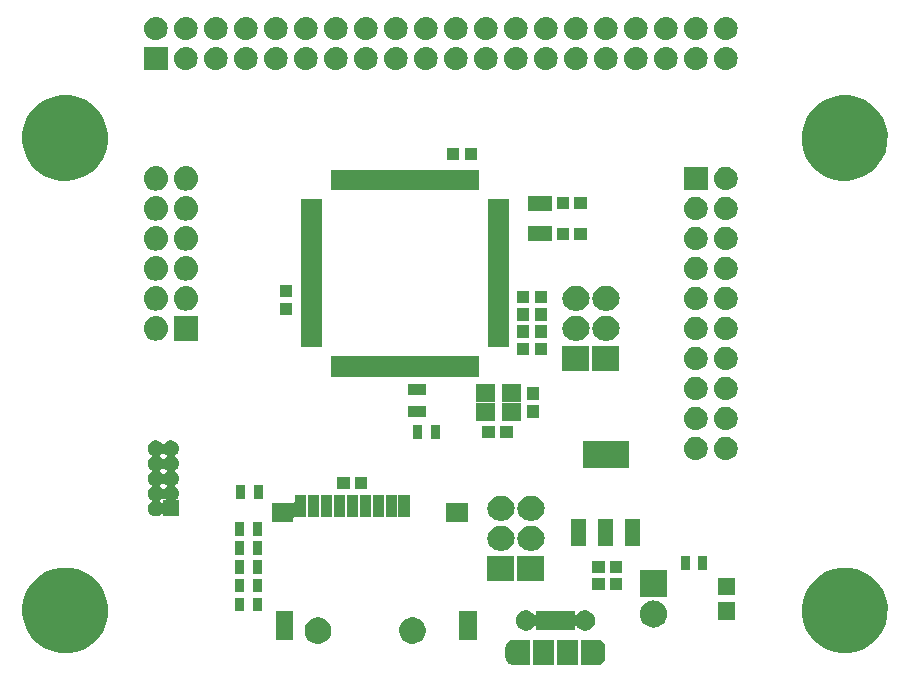
<source format=gts>
G04 #@! TF.FileFunction,Soldermask,Top*
%FSLAX46Y46*%
G04 Gerber Fmt 4.6, Leading zero omitted, Abs format (unit mm)*
G04 Created by KiCad (PCBNEW 4.0.7) date 10/15/17 21:50:59*
%MOMM*%
%LPD*%
G01*
G04 APERTURE LIST*
%ADD10C,0.100000*%
G04 APERTURE END LIST*
D10*
G36*
X137052064Y-97469726D02*
X137057290Y-97470000D01*
X138330000Y-97470000D01*
X138330000Y-99630000D01*
X137054429Y-99630000D01*
X137049897Y-99630206D01*
X136994906Y-99635211D01*
X136947936Y-99630274D01*
X136942710Y-99630000D01*
X136857456Y-99630000D01*
X136853112Y-99624904D01*
X136841364Y-99617162D01*
X136834885Y-99614642D01*
X136717114Y-99578186D01*
X136591789Y-99510423D01*
X136482013Y-99419609D01*
X136391967Y-99309202D01*
X136325081Y-99183407D01*
X136283903Y-99047017D01*
X136270000Y-98905226D01*
X136270000Y-98194774D01*
X136270071Y-98184582D01*
X136285952Y-98042998D01*
X136329031Y-97907196D01*
X136397667Y-97782348D01*
X136489246Y-97673209D01*
X136600279Y-97583936D01*
X136726537Y-97517930D01*
X136834165Y-97486253D01*
X136846921Y-97480443D01*
X136857593Y-97471275D01*
X136858426Y-97470000D01*
X136945571Y-97470000D01*
X136950103Y-97469794D01*
X137005094Y-97464789D01*
X137052064Y-97469726D01*
X137052064Y-97469726D01*
G37*
G36*
X144052064Y-97469726D02*
X144057290Y-97470000D01*
X144142544Y-97470000D01*
X144146888Y-97475096D01*
X144158636Y-97482838D01*
X144165115Y-97485358D01*
X144282886Y-97521814D01*
X144408211Y-97589577D01*
X144517987Y-97680391D01*
X144608033Y-97790798D01*
X144674919Y-97916593D01*
X144716097Y-98052983D01*
X144730000Y-98194774D01*
X144730000Y-98905226D01*
X144729929Y-98915418D01*
X144714048Y-99057002D01*
X144670969Y-99192804D01*
X144602333Y-99317652D01*
X144510754Y-99426791D01*
X144399721Y-99516064D01*
X144273463Y-99582070D01*
X144165835Y-99613747D01*
X144153079Y-99619557D01*
X144142407Y-99628725D01*
X144141574Y-99630000D01*
X144054429Y-99630000D01*
X144049897Y-99630206D01*
X143994906Y-99635211D01*
X143947936Y-99630274D01*
X143942710Y-99630000D01*
X142670000Y-99630000D01*
X142670000Y-97470000D01*
X143945571Y-97470000D01*
X143950103Y-97469794D01*
X144005094Y-97464789D01*
X144052064Y-97469726D01*
X144052064Y-97469726D01*
G37*
G36*
X140380000Y-99630000D02*
X138620000Y-99630000D01*
X138620000Y-97470000D01*
X140380000Y-97470000D01*
X140380000Y-99630000D01*
X140380000Y-99630000D01*
G37*
G36*
X142380000Y-99630000D02*
X140620000Y-99630000D01*
X140620000Y-97470000D01*
X142380000Y-97470000D01*
X142380000Y-99630000D01*
X142380000Y-99630000D01*
G37*
G36*
X99381274Y-91372416D02*
X100078616Y-91515560D01*
X100734869Y-91791423D01*
X101325045Y-92189502D01*
X101826662Y-92694633D01*
X102220611Y-93287572D01*
X102491886Y-93945735D01*
X102630090Y-94643716D01*
X102630090Y-94643726D01*
X102630156Y-94644060D01*
X102618802Y-95457161D01*
X102618726Y-95457495D01*
X102618726Y-95457507D01*
X102461089Y-96151349D01*
X102171541Y-96801685D01*
X101761191Y-97383394D01*
X101245663Y-97874324D01*
X100644607Y-98255765D01*
X99980902Y-98513200D01*
X99279840Y-98636816D01*
X98568116Y-98621908D01*
X97872836Y-98469040D01*
X97220500Y-98184041D01*
X96635940Y-97777762D01*
X96141425Y-97265676D01*
X95755796Y-96667297D01*
X95493735Y-96005407D01*
X95365226Y-95305217D01*
X95375166Y-94593409D01*
X95523173Y-93897088D01*
X95803614Y-93242771D01*
X96205802Y-92655390D01*
X96714423Y-92157311D01*
X97310097Y-91767513D01*
X97970141Y-91500838D01*
X98669408Y-91367446D01*
X99381274Y-91372416D01*
X99381274Y-91372416D01*
G37*
G36*
X165381274Y-91372416D02*
X166078616Y-91515560D01*
X166734869Y-91791423D01*
X167325045Y-92189502D01*
X167826662Y-92694633D01*
X168220611Y-93287572D01*
X168491886Y-93945735D01*
X168630090Y-94643716D01*
X168630090Y-94643726D01*
X168630156Y-94644060D01*
X168618802Y-95457161D01*
X168618726Y-95457495D01*
X168618726Y-95457507D01*
X168461089Y-96151349D01*
X168171541Y-96801685D01*
X167761191Y-97383394D01*
X167245663Y-97874324D01*
X166644607Y-98255765D01*
X165980902Y-98513200D01*
X165279840Y-98636816D01*
X164568116Y-98621908D01*
X163872836Y-98469040D01*
X163220500Y-98184041D01*
X162635940Y-97777762D01*
X162141425Y-97265676D01*
X161755796Y-96667297D01*
X161493735Y-96005407D01*
X161365226Y-95305217D01*
X161375166Y-94593409D01*
X161523173Y-93897088D01*
X161803614Y-93242771D01*
X162205802Y-92655390D01*
X162714423Y-92157311D01*
X163310097Y-91767513D01*
X163970141Y-91500838D01*
X164669408Y-91367446D01*
X165381274Y-91372416D01*
X165381274Y-91372416D01*
G37*
G36*
X120518688Y-95570750D02*
X120735769Y-95615311D01*
X120940055Y-95701185D01*
X121123775Y-95825105D01*
X121279927Y-95982352D01*
X121402563Y-96166932D01*
X121487006Y-96371809D01*
X121529983Y-96588854D01*
X121529983Y-96588864D01*
X121530049Y-96589198D01*
X121526514Y-96842312D01*
X121526438Y-96842646D01*
X121526438Y-96842658D01*
X121477422Y-97058408D01*
X121387286Y-97260856D01*
X121259547Y-97441938D01*
X121099062Y-97594765D01*
X120911959Y-97713504D01*
X120705350Y-97793643D01*
X120487115Y-97832123D01*
X120265558Y-97827483D01*
X120049118Y-97779895D01*
X119846052Y-97691178D01*
X119664077Y-97564702D01*
X119510140Y-97405295D01*
X119390094Y-97219022D01*
X119308516Y-97012980D01*
X119268511Y-96795011D01*
X119271606Y-96573429D01*
X119317679Y-96356670D01*
X119404980Y-96152983D01*
X119530179Y-95970134D01*
X119688512Y-95815083D01*
X119873941Y-95693742D01*
X120079410Y-95610727D01*
X120297086Y-95569203D01*
X120518688Y-95570750D01*
X120518688Y-95570750D01*
G37*
G36*
X128518688Y-95570750D02*
X128735769Y-95615311D01*
X128940055Y-95701185D01*
X129123775Y-95825105D01*
X129279927Y-95982352D01*
X129402563Y-96166932D01*
X129487006Y-96371809D01*
X129529983Y-96588854D01*
X129529983Y-96588864D01*
X129530049Y-96589198D01*
X129526514Y-96842312D01*
X129526438Y-96842646D01*
X129526438Y-96842658D01*
X129477422Y-97058408D01*
X129387286Y-97260856D01*
X129259547Y-97441938D01*
X129099062Y-97594765D01*
X128911959Y-97713504D01*
X128705350Y-97793643D01*
X128487115Y-97832123D01*
X128265558Y-97827483D01*
X128049118Y-97779895D01*
X127846052Y-97691178D01*
X127664077Y-97564702D01*
X127510140Y-97405295D01*
X127390094Y-97219022D01*
X127308516Y-97012980D01*
X127268511Y-96795011D01*
X127271606Y-96573429D01*
X127317679Y-96356670D01*
X127404980Y-96152983D01*
X127530179Y-95970134D01*
X127688512Y-95815083D01*
X127873941Y-95693742D01*
X128079410Y-95610727D01*
X128297086Y-95569203D01*
X128518688Y-95570750D01*
X128518688Y-95570750D01*
G37*
G36*
X118330000Y-97530000D02*
X116870000Y-97530000D01*
X116870000Y-95070000D01*
X118330000Y-95070000D01*
X118330000Y-97530000D01*
X118330000Y-97530000D01*
G37*
G36*
X133830000Y-97530000D02*
X132370000Y-97530000D01*
X132370000Y-95070000D01*
X133830000Y-95070000D01*
X133830000Y-97530000D01*
X133830000Y-97530000D01*
G37*
G36*
X143089804Y-94995568D02*
X143254056Y-95029284D01*
X143408626Y-95094259D01*
X143547635Y-95188021D01*
X143665786Y-95307001D01*
X143758577Y-95446661D01*
X143822469Y-95601678D01*
X143854971Y-95765819D01*
X143854971Y-95765829D01*
X143855037Y-95766163D01*
X143852362Y-95957678D01*
X143852286Y-95958012D01*
X143852286Y-95958020D01*
X143815216Y-96121190D01*
X143747017Y-96274364D01*
X143650365Y-96411378D01*
X143528936Y-96527013D01*
X143387368Y-96616855D01*
X143231039Y-96677492D01*
X143065915Y-96706607D01*
X142898277Y-96703096D01*
X142734509Y-96667089D01*
X142580864Y-96599963D01*
X142443172Y-96504265D01*
X142326699Y-96383653D01*
X142235867Y-96242711D01*
X142226489Y-96219024D01*
X142219520Y-96206801D01*
X142209423Y-96197003D01*
X142196995Y-96190407D01*
X142183222Y-96187534D01*
X142169194Y-96188612D01*
X142156021Y-96193555D01*
X142144747Y-96201972D01*
X142136265Y-96213197D01*
X142131245Y-96226341D01*
X142130000Y-96237430D01*
X142130000Y-96655000D01*
X138870000Y-96655000D01*
X138870000Y-96233372D01*
X138868020Y-96219442D01*
X138862239Y-96206616D01*
X138853112Y-96195908D01*
X138841364Y-96188166D01*
X138827924Y-96184004D01*
X138813857Y-96183751D01*
X138800276Y-96187427D01*
X138788257Y-96194741D01*
X138778751Y-96205114D01*
X138774323Y-96213035D01*
X138747017Y-96274364D01*
X138650365Y-96411378D01*
X138528936Y-96527013D01*
X138387368Y-96616855D01*
X138231039Y-96677492D01*
X138065915Y-96706607D01*
X137898277Y-96703096D01*
X137734509Y-96667089D01*
X137580864Y-96599963D01*
X137443172Y-96504265D01*
X137326699Y-96383653D01*
X137235867Y-96242711D01*
X137174143Y-96086813D01*
X137143873Y-95921888D01*
X137146215Y-95754231D01*
X137181075Y-95590224D01*
X137247131Y-95436106D01*
X137341861Y-95297756D01*
X137461662Y-95180438D01*
X137601964Y-95088627D01*
X137757430Y-95025815D01*
X137922131Y-94994397D01*
X138089804Y-94995568D01*
X138254056Y-95029284D01*
X138408626Y-95094259D01*
X138547635Y-95188021D01*
X138665786Y-95307001D01*
X138758577Y-95446661D01*
X138773773Y-95483531D01*
X138780911Y-95495656D01*
X138791144Y-95505311D01*
X138803663Y-95511734D01*
X138817474Y-95514414D01*
X138831486Y-95513141D01*
X138844589Y-95508014D01*
X138855744Y-95499440D01*
X138864069Y-95488098D01*
X138868905Y-95474886D01*
X138870000Y-95464478D01*
X138870000Y-95045000D01*
X142130000Y-95045000D01*
X142130000Y-95465811D01*
X142131980Y-95479741D01*
X142137761Y-95492567D01*
X142146888Y-95503275D01*
X142158636Y-95511017D01*
X142172076Y-95515179D01*
X142186143Y-95515432D01*
X142199724Y-95511756D01*
X142211743Y-95504442D01*
X142221249Y-95494069D01*
X142225957Y-95485508D01*
X142247131Y-95436106D01*
X142341861Y-95297756D01*
X142461662Y-95180438D01*
X142601964Y-95088627D01*
X142757430Y-95025815D01*
X142922131Y-94994397D01*
X143089804Y-94995568D01*
X143089804Y-94995568D01*
G37*
G36*
X149030386Y-94171854D02*
X149030400Y-94171858D01*
X149030435Y-94171862D01*
X149244093Y-94238000D01*
X149440835Y-94344378D01*
X149613168Y-94486944D01*
X149754528Y-94660268D01*
X149859530Y-94857748D01*
X149924175Y-95071862D01*
X149946000Y-95294455D01*
X149946000Y-95305545D01*
X149945888Y-95321546D01*
X149920957Y-95543812D01*
X149853329Y-95757002D01*
X149745580Y-95952997D01*
X149601814Y-96124331D01*
X149427507Y-96264477D01*
X149229299Y-96368098D01*
X149014739Y-96431246D01*
X149014705Y-96431249D01*
X149014692Y-96431253D01*
X148792001Y-96451520D01*
X148569614Y-96428146D01*
X148569600Y-96428142D01*
X148569565Y-96428138D01*
X148355907Y-96362000D01*
X148159165Y-96255622D01*
X147986832Y-96113056D01*
X147845472Y-95939732D01*
X147740470Y-95742252D01*
X147675825Y-95528138D01*
X147654000Y-95305545D01*
X147654000Y-95294455D01*
X147654112Y-95278454D01*
X147679043Y-95056188D01*
X147746671Y-94842998D01*
X147854420Y-94647003D01*
X147998186Y-94475669D01*
X148172493Y-94335523D01*
X148370701Y-94231902D01*
X148585261Y-94168754D01*
X148585295Y-94168751D01*
X148585308Y-94168747D01*
X148807999Y-94148480D01*
X149030386Y-94171854D01*
X149030386Y-94171854D01*
G37*
G36*
X155729440Y-95778460D02*
X154270560Y-95778460D01*
X154270560Y-94319580D01*
X155729440Y-94319580D01*
X155729440Y-95778460D01*
X155729440Y-95778460D01*
G37*
G36*
X114130000Y-95080000D02*
X113370000Y-95080000D01*
X113370000Y-93920000D01*
X114130000Y-93920000D01*
X114130000Y-95080000D01*
X114130000Y-95080000D01*
G37*
G36*
X115630000Y-95080000D02*
X114870000Y-95080000D01*
X114870000Y-93920000D01*
X115630000Y-93920000D01*
X115630000Y-95080000D01*
X115630000Y-95080000D01*
G37*
G36*
X149946000Y-93906000D02*
X147654000Y-93906000D01*
X147654000Y-91614000D01*
X149946000Y-91614000D01*
X149946000Y-93906000D01*
X149946000Y-93906000D01*
G37*
G36*
X155729440Y-93680420D02*
X154270560Y-93680420D01*
X154270560Y-92221540D01*
X155729440Y-92221540D01*
X155729440Y-93680420D01*
X155729440Y-93680420D01*
G37*
G36*
X114130000Y-93480000D02*
X113370000Y-93480000D01*
X113370000Y-92320000D01*
X114130000Y-92320000D01*
X114130000Y-93480000D01*
X114130000Y-93480000D01*
G37*
G36*
X115630000Y-93480000D02*
X114870000Y-93480000D01*
X114870000Y-92320000D01*
X115630000Y-92320000D01*
X115630000Y-93480000D01*
X115630000Y-93480000D01*
G37*
G36*
X146180000Y-93305000D02*
X145120000Y-93305000D01*
X145120000Y-92295000D01*
X146180000Y-92295000D01*
X146180000Y-93305000D01*
X146180000Y-93305000D01*
G37*
G36*
X144680000Y-93305000D02*
X143620000Y-93305000D01*
X143620000Y-92295000D01*
X144680000Y-92295000D01*
X144680000Y-93305000D01*
X144680000Y-93305000D01*
G37*
G36*
X137036000Y-92470000D02*
X134744000Y-92470000D01*
X134744000Y-90410000D01*
X137036000Y-90410000D01*
X137036000Y-92470000D01*
X137036000Y-92470000D01*
G37*
G36*
X139576000Y-92470000D02*
X137284000Y-92470000D01*
X137284000Y-90410000D01*
X139576000Y-90410000D01*
X139576000Y-92470000D01*
X139576000Y-92470000D01*
G37*
G36*
X115630000Y-91880000D02*
X114870000Y-91880000D01*
X114870000Y-90720000D01*
X115630000Y-90720000D01*
X115630000Y-91880000D01*
X115630000Y-91880000D01*
G37*
G36*
X114130000Y-91880000D02*
X113370000Y-91880000D01*
X113370000Y-90720000D01*
X114130000Y-90720000D01*
X114130000Y-91880000D01*
X114130000Y-91880000D01*
G37*
G36*
X146180000Y-91805000D02*
X145120000Y-91805000D01*
X145120000Y-90795000D01*
X146180000Y-90795000D01*
X146180000Y-91805000D01*
X146180000Y-91805000D01*
G37*
G36*
X144680000Y-91805000D02*
X143620000Y-91805000D01*
X143620000Y-90795000D01*
X144680000Y-90795000D01*
X144680000Y-91805000D01*
X144680000Y-91805000D01*
G37*
G36*
X151880000Y-91580000D02*
X151120000Y-91580000D01*
X151120000Y-90420000D01*
X151880000Y-90420000D01*
X151880000Y-91580000D01*
X151880000Y-91580000D01*
G37*
G36*
X153380000Y-91580000D02*
X152620000Y-91580000D01*
X152620000Y-90420000D01*
X153380000Y-90420000D01*
X153380000Y-91580000D01*
X153380000Y-91580000D01*
G37*
G36*
X115630000Y-90280000D02*
X114870000Y-90280000D01*
X114870000Y-89120000D01*
X115630000Y-89120000D01*
X115630000Y-90280000D01*
X115630000Y-90280000D01*
G37*
G36*
X114130000Y-90280000D02*
X113370000Y-90280000D01*
X113370000Y-89120000D01*
X114130000Y-89120000D01*
X114130000Y-90280000D01*
X114130000Y-90280000D01*
G37*
G36*
X136021203Y-87870067D02*
X136025926Y-87870100D01*
X136225694Y-87892508D01*
X136417305Y-87953291D01*
X136593461Y-88050133D01*
X136747452Y-88179347D01*
X136873412Y-88336010D01*
X136966544Y-88514155D01*
X137023301Y-88706997D01*
X137023304Y-88707031D01*
X137023308Y-88707044D01*
X137041523Y-88907188D01*
X137020514Y-89107062D01*
X137020513Y-89107067D01*
X137020508Y-89107110D01*
X136961064Y-89299141D01*
X136865454Y-89475969D01*
X136737318Y-89630858D01*
X136581538Y-89757909D01*
X136404047Y-89852282D01*
X136211606Y-89910384D01*
X136011545Y-89930000D01*
X135768417Y-89930000D01*
X135758797Y-89929933D01*
X135754074Y-89929900D01*
X135554306Y-89907492D01*
X135362695Y-89846709D01*
X135186539Y-89749867D01*
X135032548Y-89620653D01*
X134906588Y-89463990D01*
X134813456Y-89285845D01*
X134756699Y-89093003D01*
X134756696Y-89092969D01*
X134756692Y-89092956D01*
X134738477Y-88892812D01*
X134759486Y-88692938D01*
X134759487Y-88692933D01*
X134759492Y-88692890D01*
X134818936Y-88500859D01*
X134914546Y-88324031D01*
X135042682Y-88169142D01*
X135198462Y-88042091D01*
X135375953Y-87947718D01*
X135568394Y-87889616D01*
X135768455Y-87870000D01*
X136011583Y-87870000D01*
X136021203Y-87870067D01*
X136021203Y-87870067D01*
G37*
G36*
X138561203Y-87870067D02*
X138565926Y-87870100D01*
X138765694Y-87892508D01*
X138957305Y-87953291D01*
X139133461Y-88050133D01*
X139287452Y-88179347D01*
X139413412Y-88336010D01*
X139506544Y-88514155D01*
X139563301Y-88706997D01*
X139563304Y-88707031D01*
X139563308Y-88707044D01*
X139581523Y-88907188D01*
X139560514Y-89107062D01*
X139560513Y-89107067D01*
X139560508Y-89107110D01*
X139501064Y-89299141D01*
X139405454Y-89475969D01*
X139277318Y-89630858D01*
X139121538Y-89757909D01*
X138944047Y-89852282D01*
X138751606Y-89910384D01*
X138551545Y-89930000D01*
X138308417Y-89930000D01*
X138298797Y-89929933D01*
X138294074Y-89929900D01*
X138094306Y-89907492D01*
X137902695Y-89846709D01*
X137726539Y-89749867D01*
X137572548Y-89620653D01*
X137446588Y-89463990D01*
X137353456Y-89285845D01*
X137296699Y-89093003D01*
X137296696Y-89092969D01*
X137296692Y-89092956D01*
X137278477Y-88892812D01*
X137299486Y-88692938D01*
X137299487Y-88692933D01*
X137299492Y-88692890D01*
X137358936Y-88500859D01*
X137454546Y-88324031D01*
X137582682Y-88169142D01*
X137738462Y-88042091D01*
X137915953Y-87947718D01*
X138108394Y-87889616D01*
X138308455Y-87870000D01*
X138551583Y-87870000D01*
X138561203Y-87870067D01*
X138561203Y-87870067D01*
G37*
G36*
X145418000Y-89538000D02*
X144142000Y-89538000D01*
X144142000Y-87246000D01*
X145418000Y-87246000D01*
X145418000Y-89538000D01*
X145418000Y-89538000D01*
G37*
G36*
X143132000Y-89538000D02*
X141856000Y-89538000D01*
X141856000Y-87246000D01*
X143132000Y-87246000D01*
X143132000Y-89538000D01*
X143132000Y-89538000D01*
G37*
G36*
X147704000Y-89538000D02*
X146428000Y-89538000D01*
X146428000Y-87246000D01*
X147704000Y-87246000D01*
X147704000Y-89538000D01*
X147704000Y-89538000D01*
G37*
G36*
X115630000Y-88680000D02*
X114870000Y-88680000D01*
X114870000Y-87520000D01*
X115630000Y-87520000D01*
X115630000Y-88680000D01*
X115630000Y-88680000D01*
G37*
G36*
X114130000Y-88680000D02*
X113370000Y-88680000D01*
X113370000Y-87520000D01*
X114130000Y-87520000D01*
X114130000Y-88680000D01*
X114130000Y-88680000D01*
G37*
G36*
X119380000Y-87130000D02*
X118380000Y-87130000D01*
X118366070Y-87131980D01*
X118353244Y-87137761D01*
X118342536Y-87146888D01*
X118334794Y-87158636D01*
X118330632Y-87172076D01*
X118330000Y-87180000D01*
X118330000Y-87530000D01*
X116470000Y-87530000D01*
X116470000Y-85870000D01*
X118370000Y-85870000D01*
X118383930Y-85868020D01*
X118396756Y-85862239D01*
X118407464Y-85853112D01*
X118415206Y-85841364D01*
X118419368Y-85827924D01*
X118420000Y-85820000D01*
X118420000Y-85270000D01*
X119380000Y-85270000D01*
X119380000Y-87130000D01*
X119380000Y-87130000D01*
G37*
G36*
X133130000Y-87530000D02*
X131270000Y-87530000D01*
X131270000Y-85870000D01*
X133130000Y-85870000D01*
X133130000Y-87530000D01*
X133130000Y-87530000D01*
G37*
G36*
X136021203Y-85330067D02*
X136025926Y-85330100D01*
X136225694Y-85352508D01*
X136417305Y-85413291D01*
X136593461Y-85510133D01*
X136747452Y-85639347D01*
X136873412Y-85796010D01*
X136966544Y-85974155D01*
X137023301Y-86166997D01*
X137023304Y-86167031D01*
X137023308Y-86167044D01*
X137041523Y-86367188D01*
X137020514Y-86567062D01*
X137020513Y-86567067D01*
X137020508Y-86567110D01*
X136961064Y-86759141D01*
X136865454Y-86935969D01*
X136737318Y-87090858D01*
X136581538Y-87217909D01*
X136404047Y-87312282D01*
X136211606Y-87370384D01*
X136011545Y-87390000D01*
X135768417Y-87390000D01*
X135758797Y-87389933D01*
X135754074Y-87389900D01*
X135554306Y-87367492D01*
X135362695Y-87306709D01*
X135186539Y-87209867D01*
X135032548Y-87080653D01*
X134906588Y-86923990D01*
X134813456Y-86745845D01*
X134756699Y-86553003D01*
X134756696Y-86552969D01*
X134756692Y-86552956D01*
X134738477Y-86352812D01*
X134759486Y-86152938D01*
X134759487Y-86152933D01*
X134759492Y-86152890D01*
X134818936Y-85960859D01*
X134914546Y-85784031D01*
X135042682Y-85629142D01*
X135198462Y-85502091D01*
X135375953Y-85407718D01*
X135568394Y-85349616D01*
X135768455Y-85330000D01*
X136011583Y-85330000D01*
X136021203Y-85330067D01*
X136021203Y-85330067D01*
G37*
G36*
X138561203Y-85330067D02*
X138565926Y-85330100D01*
X138765694Y-85352508D01*
X138957305Y-85413291D01*
X139133461Y-85510133D01*
X139287452Y-85639347D01*
X139413412Y-85796010D01*
X139506544Y-85974155D01*
X139563301Y-86166997D01*
X139563304Y-86167031D01*
X139563308Y-86167044D01*
X139581523Y-86367188D01*
X139560514Y-86567062D01*
X139560513Y-86567067D01*
X139560508Y-86567110D01*
X139501064Y-86759141D01*
X139405454Y-86935969D01*
X139277318Y-87090858D01*
X139121538Y-87217909D01*
X138944047Y-87312282D01*
X138751606Y-87370384D01*
X138551545Y-87390000D01*
X138308417Y-87390000D01*
X138298797Y-87389933D01*
X138294074Y-87389900D01*
X138094306Y-87367492D01*
X137902695Y-87306709D01*
X137726539Y-87209867D01*
X137572548Y-87080653D01*
X137446588Y-86923990D01*
X137353456Y-86745845D01*
X137296699Y-86553003D01*
X137296696Y-86552969D01*
X137296692Y-86552956D01*
X137278477Y-86352812D01*
X137299486Y-86152938D01*
X137299487Y-86152933D01*
X137299492Y-86152890D01*
X137358936Y-85960859D01*
X137454546Y-85784031D01*
X137582682Y-85629142D01*
X137738462Y-85502091D01*
X137915953Y-85407718D01*
X138108394Y-85349616D01*
X138308455Y-85330000D01*
X138551583Y-85330000D01*
X138561203Y-85330067D01*
X138561203Y-85330067D01*
G37*
G36*
X128180000Y-87130000D02*
X127220000Y-87130000D01*
X127220000Y-85270000D01*
X128180000Y-85270000D01*
X128180000Y-87130000D01*
X128180000Y-87130000D01*
G37*
G36*
X125980000Y-87130000D02*
X125020000Y-87130000D01*
X125020000Y-85270000D01*
X125980000Y-85270000D01*
X125980000Y-87130000D01*
X125980000Y-87130000D01*
G37*
G36*
X124880000Y-87130000D02*
X123920000Y-87130000D01*
X123920000Y-85270000D01*
X124880000Y-85270000D01*
X124880000Y-87130000D01*
X124880000Y-87130000D01*
G37*
G36*
X123780000Y-87130000D02*
X122820000Y-87130000D01*
X122820000Y-85270000D01*
X123780000Y-85270000D01*
X123780000Y-87130000D01*
X123780000Y-87130000D01*
G37*
G36*
X121580000Y-87130000D02*
X120620000Y-87130000D01*
X120620000Y-85270000D01*
X121580000Y-85270000D01*
X121580000Y-87130000D01*
X121580000Y-87130000D01*
G37*
G36*
X122680000Y-87130000D02*
X121720000Y-87130000D01*
X121720000Y-85270000D01*
X122680000Y-85270000D01*
X122680000Y-87130000D01*
X122680000Y-87130000D01*
G37*
G36*
X127080000Y-87130000D02*
X126120000Y-87130000D01*
X126120000Y-85270000D01*
X127080000Y-85270000D01*
X127080000Y-87130000D01*
X127080000Y-87130000D01*
G37*
G36*
X120480000Y-87130000D02*
X119520000Y-87130000D01*
X119520000Y-85270000D01*
X120480000Y-85270000D01*
X120480000Y-87130000D01*
X120480000Y-87130000D01*
G37*
G36*
X106689322Y-80600042D02*
X106692784Y-80600066D01*
X106824670Y-80614860D01*
X106951170Y-80654988D01*
X107067468Y-80718923D01*
X107169131Y-80804229D01*
X107252290Y-80907657D01*
X107270960Y-80943369D01*
X107279067Y-80954656D01*
X107290133Y-80963344D01*
X107303182Y-80968606D01*
X107317180Y-80970024D01*
X107331019Y-80967485D01*
X107343602Y-80961192D01*
X107353935Y-80951643D01*
X107358993Y-80944083D01*
X107382964Y-80899749D01*
X107467559Y-80797492D01*
X107570404Y-80713614D01*
X107687582Y-80651309D01*
X107814631Y-80612950D01*
X107946710Y-80600000D01*
X107953328Y-80600000D01*
X107959322Y-80600042D01*
X107962784Y-80600066D01*
X108094670Y-80614860D01*
X108221170Y-80654988D01*
X108337468Y-80718923D01*
X108439131Y-80804229D01*
X108522290Y-80907657D01*
X108583775Y-81025268D01*
X108621245Y-81152581D01*
X108621248Y-81152611D01*
X108621253Y-81152629D01*
X108633276Y-81284745D01*
X108619409Y-81416683D01*
X108619405Y-81416696D01*
X108619401Y-81416733D01*
X108580157Y-81543511D01*
X108517036Y-81660251D01*
X108432441Y-81762508D01*
X108329596Y-81846386D01*
X108282478Y-81871439D01*
X108271819Y-81879208D01*
X108263208Y-81890335D01*
X108258038Y-81903420D01*
X108256718Y-81917428D01*
X108259352Y-81931248D01*
X108265733Y-81943788D01*
X108275355Y-81954053D01*
X108281417Y-81958109D01*
X108337468Y-81988923D01*
X108439131Y-82074229D01*
X108522290Y-82177657D01*
X108583775Y-82295268D01*
X108621245Y-82422581D01*
X108621248Y-82422611D01*
X108621253Y-82422629D01*
X108633276Y-82554745D01*
X108619409Y-82686683D01*
X108619405Y-82686696D01*
X108619401Y-82686733D01*
X108580157Y-82813511D01*
X108517036Y-82930251D01*
X108432441Y-83032508D01*
X108329596Y-83116386D01*
X108282478Y-83141439D01*
X108271819Y-83149208D01*
X108263208Y-83160335D01*
X108258038Y-83173420D01*
X108256718Y-83187428D01*
X108259352Y-83201248D01*
X108265733Y-83213788D01*
X108275355Y-83224053D01*
X108281417Y-83228109D01*
X108337468Y-83258923D01*
X108439131Y-83344229D01*
X108522290Y-83447657D01*
X108583775Y-83565268D01*
X108621245Y-83692581D01*
X108621248Y-83692611D01*
X108621253Y-83692629D01*
X108633276Y-83824745D01*
X108619409Y-83956683D01*
X108619405Y-83956696D01*
X108619401Y-83956733D01*
X108580157Y-84083511D01*
X108517036Y-84200251D01*
X108432441Y-84302508D01*
X108329596Y-84386386D01*
X108282478Y-84411439D01*
X108271819Y-84419208D01*
X108263208Y-84430335D01*
X108258038Y-84443420D01*
X108256718Y-84457428D01*
X108259352Y-84471248D01*
X108265733Y-84483788D01*
X108275355Y-84494053D01*
X108281417Y-84498109D01*
X108337468Y-84528923D01*
X108439131Y-84614229D01*
X108522290Y-84717657D01*
X108583775Y-84835268D01*
X108621245Y-84962581D01*
X108621248Y-84962611D01*
X108621253Y-84962629D01*
X108633276Y-85094745D01*
X108619409Y-85226683D01*
X108619405Y-85226696D01*
X108619401Y-85226733D01*
X108580157Y-85353511D01*
X108517036Y-85470251D01*
X108432441Y-85572508D01*
X108408914Y-85591696D01*
X108399779Y-85601590D01*
X108393493Y-85614178D01*
X108390963Y-85628018D01*
X108392389Y-85642015D01*
X108397658Y-85655061D01*
X108406353Y-85666123D01*
X108417785Y-85674324D01*
X108431049Y-85679015D01*
X108440924Y-85680000D01*
X108630000Y-85680000D01*
X108630000Y-87040000D01*
X107270000Y-87040000D01*
X107270000Y-86851291D01*
X107268020Y-86837361D01*
X107262239Y-86824535D01*
X107253112Y-86813827D01*
X107241364Y-86806085D01*
X107227924Y-86801923D01*
X107213857Y-86801670D01*
X107200276Y-86805346D01*
X107188257Y-86812660D01*
X107181857Y-86819038D01*
X107162441Y-86842508D01*
X107059596Y-86926386D01*
X106942418Y-86988691D01*
X106815369Y-87027050D01*
X106683290Y-87040000D01*
X106676672Y-87040000D01*
X106670678Y-87039958D01*
X106667216Y-87039934D01*
X106535330Y-87025140D01*
X106408830Y-86985012D01*
X106292532Y-86921077D01*
X106190869Y-86835771D01*
X106107710Y-86732343D01*
X106046225Y-86614732D01*
X106008755Y-86487419D01*
X106008752Y-86487389D01*
X106008747Y-86487371D01*
X105996724Y-86355255D01*
X106010591Y-86223317D01*
X106010595Y-86223304D01*
X106010599Y-86223267D01*
X106049843Y-86096489D01*
X106112964Y-85979749D01*
X106197559Y-85877492D01*
X106300404Y-85793614D01*
X106347522Y-85768561D01*
X106358181Y-85760792D01*
X106366792Y-85749665D01*
X106371962Y-85736580D01*
X106372824Y-85727428D01*
X106986718Y-85727428D01*
X106989352Y-85741248D01*
X106995733Y-85753788D01*
X107005355Y-85764053D01*
X107011417Y-85768109D01*
X107067468Y-85798923D01*
X107169131Y-85884229D01*
X107181293Y-85899356D01*
X107191304Y-85908727D01*
X107203847Y-85915101D01*
X107217669Y-85917728D01*
X107231676Y-85916400D01*
X107244758Y-85911222D01*
X107255880Y-85902605D01*
X107264161Y-85891230D01*
X107268945Y-85877999D01*
X107270000Y-85867782D01*
X107270000Y-85680000D01*
X107459757Y-85680000D01*
X107473687Y-85678020D01*
X107486513Y-85672239D01*
X107497221Y-85663112D01*
X107504963Y-85651364D01*
X107509125Y-85637924D01*
X107509378Y-85623857D01*
X107505702Y-85610276D01*
X107498388Y-85598257D01*
X107492526Y-85592335D01*
X107460869Y-85565771D01*
X107377710Y-85462343D01*
X107359040Y-85426631D01*
X107350933Y-85415344D01*
X107339867Y-85406656D01*
X107326818Y-85401394D01*
X107312820Y-85399976D01*
X107298981Y-85402515D01*
X107286398Y-85408808D01*
X107276065Y-85418357D01*
X107271007Y-85425917D01*
X107247036Y-85470251D01*
X107162441Y-85572508D01*
X107059596Y-85656386D01*
X107012478Y-85681439D01*
X107001819Y-85689208D01*
X106993208Y-85700335D01*
X106988038Y-85713420D01*
X106986718Y-85727428D01*
X106372824Y-85727428D01*
X106373282Y-85722572D01*
X106370648Y-85708752D01*
X106364267Y-85696212D01*
X106354645Y-85685947D01*
X106348583Y-85681891D01*
X106292532Y-85651077D01*
X106190869Y-85565771D01*
X106107710Y-85462343D01*
X106046225Y-85344732D01*
X106008755Y-85217419D01*
X106008752Y-85217389D01*
X106008747Y-85217371D01*
X105996724Y-85085255D01*
X106010591Y-84953317D01*
X106010595Y-84953304D01*
X106010599Y-84953267D01*
X106049843Y-84826489D01*
X106112964Y-84709749D01*
X106197559Y-84607492D01*
X106300404Y-84523614D01*
X106347522Y-84498561D01*
X106358181Y-84490792D01*
X106366792Y-84479665D01*
X106371962Y-84466580D01*
X106372824Y-84457428D01*
X106986718Y-84457428D01*
X106989352Y-84471248D01*
X106995733Y-84483788D01*
X107005355Y-84494053D01*
X107011417Y-84498109D01*
X107067468Y-84528923D01*
X107169131Y-84614229D01*
X107252290Y-84717657D01*
X107270960Y-84753369D01*
X107279067Y-84764656D01*
X107290133Y-84773344D01*
X107303182Y-84778606D01*
X107317180Y-84780024D01*
X107331019Y-84777485D01*
X107343602Y-84771192D01*
X107353935Y-84761643D01*
X107358993Y-84754083D01*
X107382964Y-84709749D01*
X107467559Y-84607492D01*
X107570404Y-84523614D01*
X107617522Y-84498561D01*
X107628181Y-84490792D01*
X107636792Y-84479665D01*
X107641962Y-84466580D01*
X107643282Y-84452572D01*
X107640648Y-84438752D01*
X107634267Y-84426212D01*
X107624645Y-84415947D01*
X107618583Y-84411891D01*
X107562532Y-84381077D01*
X107460869Y-84295771D01*
X107377710Y-84192343D01*
X107359040Y-84156631D01*
X107350933Y-84145344D01*
X107339867Y-84136656D01*
X107326818Y-84131394D01*
X107312820Y-84129976D01*
X107298981Y-84132515D01*
X107286398Y-84138808D01*
X107276065Y-84148357D01*
X107271007Y-84155917D01*
X107247036Y-84200251D01*
X107162441Y-84302508D01*
X107059596Y-84386386D01*
X107012478Y-84411439D01*
X107001819Y-84419208D01*
X106993208Y-84430335D01*
X106988038Y-84443420D01*
X106986718Y-84457428D01*
X106372824Y-84457428D01*
X106373282Y-84452572D01*
X106370648Y-84438752D01*
X106364267Y-84426212D01*
X106354645Y-84415947D01*
X106348583Y-84411891D01*
X106292532Y-84381077D01*
X106190869Y-84295771D01*
X106107710Y-84192343D01*
X106046225Y-84074732D01*
X106008755Y-83947419D01*
X106008752Y-83947389D01*
X106008747Y-83947371D01*
X105996724Y-83815255D01*
X106010591Y-83683317D01*
X106010595Y-83683304D01*
X106010599Y-83683267D01*
X106049843Y-83556489D01*
X106112964Y-83439749D01*
X106197559Y-83337492D01*
X106300404Y-83253614D01*
X106347522Y-83228561D01*
X106358181Y-83220792D01*
X106366792Y-83209665D01*
X106371962Y-83196580D01*
X106372824Y-83187428D01*
X106986718Y-83187428D01*
X106989352Y-83201248D01*
X106995733Y-83213788D01*
X107005355Y-83224053D01*
X107011417Y-83228109D01*
X107067468Y-83258923D01*
X107169131Y-83344229D01*
X107252290Y-83447657D01*
X107270960Y-83483369D01*
X107279067Y-83494656D01*
X107290133Y-83503344D01*
X107303182Y-83508606D01*
X107317180Y-83510024D01*
X107331019Y-83507485D01*
X107343602Y-83501192D01*
X107353935Y-83491643D01*
X107358993Y-83484083D01*
X107382964Y-83439749D01*
X107467559Y-83337492D01*
X107570404Y-83253614D01*
X107617522Y-83228561D01*
X107628181Y-83220792D01*
X107636792Y-83209665D01*
X107641962Y-83196580D01*
X107643282Y-83182572D01*
X107640648Y-83168752D01*
X107634267Y-83156212D01*
X107624645Y-83145947D01*
X107618583Y-83141891D01*
X107562532Y-83111077D01*
X107460869Y-83025771D01*
X107377710Y-82922343D01*
X107359040Y-82886631D01*
X107350933Y-82875344D01*
X107339867Y-82866656D01*
X107326818Y-82861394D01*
X107312820Y-82859976D01*
X107298981Y-82862515D01*
X107286398Y-82868808D01*
X107276065Y-82878357D01*
X107271007Y-82885917D01*
X107247036Y-82930251D01*
X107162441Y-83032508D01*
X107059596Y-83116386D01*
X107012478Y-83141439D01*
X107001819Y-83149208D01*
X106993208Y-83160335D01*
X106988038Y-83173420D01*
X106986718Y-83187428D01*
X106372824Y-83187428D01*
X106373282Y-83182572D01*
X106370648Y-83168752D01*
X106364267Y-83156212D01*
X106354645Y-83145947D01*
X106348583Y-83141891D01*
X106292532Y-83111077D01*
X106190869Y-83025771D01*
X106107710Y-82922343D01*
X106046225Y-82804732D01*
X106008755Y-82677419D01*
X106008752Y-82677389D01*
X106008747Y-82677371D01*
X105996724Y-82545255D01*
X106010591Y-82413317D01*
X106010595Y-82413304D01*
X106010599Y-82413267D01*
X106049843Y-82286489D01*
X106112964Y-82169749D01*
X106197559Y-82067492D01*
X106300404Y-81983614D01*
X106347522Y-81958561D01*
X106358181Y-81950792D01*
X106366792Y-81939665D01*
X106371962Y-81926580D01*
X106372824Y-81917428D01*
X106986718Y-81917428D01*
X106989352Y-81931248D01*
X106995733Y-81943788D01*
X107005355Y-81954053D01*
X107011417Y-81958109D01*
X107067468Y-81988923D01*
X107169131Y-82074229D01*
X107252290Y-82177657D01*
X107270960Y-82213369D01*
X107279067Y-82224656D01*
X107290133Y-82233344D01*
X107303182Y-82238606D01*
X107317180Y-82240024D01*
X107331019Y-82237485D01*
X107343602Y-82231192D01*
X107353935Y-82221643D01*
X107358993Y-82214083D01*
X107382964Y-82169749D01*
X107467559Y-82067492D01*
X107570404Y-81983614D01*
X107617522Y-81958561D01*
X107628181Y-81950792D01*
X107636792Y-81939665D01*
X107641962Y-81926580D01*
X107643282Y-81912572D01*
X107640648Y-81898752D01*
X107634267Y-81886212D01*
X107624645Y-81875947D01*
X107618583Y-81871891D01*
X107562532Y-81841077D01*
X107460869Y-81755771D01*
X107377710Y-81652343D01*
X107359040Y-81616631D01*
X107350933Y-81605344D01*
X107339867Y-81596656D01*
X107326818Y-81591394D01*
X107312820Y-81589976D01*
X107298981Y-81592515D01*
X107286398Y-81598808D01*
X107276065Y-81608357D01*
X107271007Y-81615917D01*
X107247036Y-81660251D01*
X107162441Y-81762508D01*
X107059596Y-81846386D01*
X107012478Y-81871439D01*
X107001819Y-81879208D01*
X106993208Y-81890335D01*
X106988038Y-81903420D01*
X106986718Y-81917428D01*
X106372824Y-81917428D01*
X106373282Y-81912572D01*
X106370648Y-81898752D01*
X106364267Y-81886212D01*
X106354645Y-81875947D01*
X106348583Y-81871891D01*
X106292532Y-81841077D01*
X106190869Y-81755771D01*
X106107710Y-81652343D01*
X106046225Y-81534732D01*
X106008755Y-81407419D01*
X106008752Y-81407389D01*
X106008747Y-81407371D01*
X105996724Y-81275255D01*
X106010591Y-81143317D01*
X106010595Y-81143304D01*
X106010599Y-81143267D01*
X106049843Y-81016489D01*
X106112964Y-80899749D01*
X106197559Y-80797492D01*
X106300404Y-80713614D01*
X106417582Y-80651309D01*
X106544631Y-80612950D01*
X106676710Y-80600000D01*
X106683328Y-80600000D01*
X106689322Y-80600042D01*
X106689322Y-80600042D01*
G37*
G36*
X114230000Y-85580000D02*
X113470000Y-85580000D01*
X113470000Y-84420000D01*
X114230000Y-84420000D01*
X114230000Y-85580000D01*
X114230000Y-85580000D01*
G37*
G36*
X115730000Y-85580000D02*
X114970000Y-85580000D01*
X114970000Y-84420000D01*
X115730000Y-84420000D01*
X115730000Y-85580000D01*
X115730000Y-85580000D01*
G37*
G36*
X123080000Y-84705000D02*
X122020000Y-84705000D01*
X122020000Y-83695000D01*
X123080000Y-83695000D01*
X123080000Y-84705000D01*
X123080000Y-84705000D01*
G37*
G36*
X124580000Y-84705000D02*
X123520000Y-84705000D01*
X123520000Y-83695000D01*
X124580000Y-83695000D01*
X124580000Y-84705000D01*
X124580000Y-84705000D01*
G37*
G36*
X146738800Y-82934000D02*
X142821200Y-82934000D01*
X142821200Y-80642000D01*
X146738800Y-80642000D01*
X146738800Y-82934000D01*
X146738800Y-82934000D01*
G37*
G36*
X155139741Y-80301878D02*
X155139754Y-80301882D01*
X155139791Y-80301886D01*
X155325035Y-80359229D01*
X155495614Y-80451460D01*
X155645029Y-80575067D01*
X155767591Y-80725342D01*
X155858629Y-80896560D01*
X155914677Y-81082201D01*
X155933600Y-81275192D01*
X155933600Y-81284808D01*
X155933503Y-81298681D01*
X155911887Y-81491389D01*
X155853253Y-81676229D01*
X155759833Y-81846159D01*
X155635185Y-81994708D01*
X155484059Y-82116217D01*
X155312209Y-82206058D01*
X155126182Y-82260809D01*
X155126148Y-82260812D01*
X155126135Y-82260816D01*
X154933065Y-82278387D01*
X154740259Y-82258122D01*
X154740246Y-82258118D01*
X154740209Y-82258114D01*
X154554965Y-82200771D01*
X154384386Y-82108540D01*
X154234971Y-81984933D01*
X154112409Y-81834658D01*
X154021371Y-81663440D01*
X153965323Y-81477799D01*
X153946400Y-81284808D01*
X153946400Y-81275192D01*
X153946497Y-81261319D01*
X153968113Y-81068611D01*
X154026747Y-80883771D01*
X154120167Y-80713841D01*
X154244815Y-80565292D01*
X154395941Y-80443783D01*
X154567791Y-80353942D01*
X154753818Y-80299191D01*
X154753852Y-80299188D01*
X154753865Y-80299184D01*
X154946935Y-80281613D01*
X155139741Y-80301878D01*
X155139741Y-80301878D01*
G37*
G36*
X152599741Y-80301878D02*
X152599754Y-80301882D01*
X152599791Y-80301886D01*
X152785035Y-80359229D01*
X152955614Y-80451460D01*
X153105029Y-80575067D01*
X153227591Y-80725342D01*
X153318629Y-80896560D01*
X153374677Y-81082201D01*
X153393600Y-81275192D01*
X153393600Y-81284808D01*
X153393503Y-81298681D01*
X153371887Y-81491389D01*
X153313253Y-81676229D01*
X153219833Y-81846159D01*
X153095185Y-81994708D01*
X152944059Y-82116217D01*
X152772209Y-82206058D01*
X152586182Y-82260809D01*
X152586148Y-82260812D01*
X152586135Y-82260816D01*
X152393065Y-82278387D01*
X152200259Y-82258122D01*
X152200246Y-82258118D01*
X152200209Y-82258114D01*
X152014965Y-82200771D01*
X151844386Y-82108540D01*
X151694971Y-81984933D01*
X151572409Y-81834658D01*
X151481371Y-81663440D01*
X151425323Y-81477799D01*
X151406400Y-81284808D01*
X151406400Y-81275192D01*
X151406497Y-81261319D01*
X151428113Y-81068611D01*
X151486747Y-80883771D01*
X151580167Y-80713841D01*
X151704815Y-80565292D01*
X151855941Y-80443783D01*
X152027791Y-80353942D01*
X152213818Y-80299191D01*
X152213852Y-80299188D01*
X152213865Y-80299184D01*
X152406935Y-80281613D01*
X152599741Y-80301878D01*
X152599741Y-80301878D01*
G37*
G36*
X130730000Y-80480000D02*
X129970000Y-80480000D01*
X129970000Y-79320000D01*
X130730000Y-79320000D01*
X130730000Y-80480000D01*
X130730000Y-80480000D01*
G37*
G36*
X129230000Y-80480000D02*
X128470000Y-80480000D01*
X128470000Y-79320000D01*
X129230000Y-79320000D01*
X129230000Y-80480000D01*
X129230000Y-80480000D01*
G37*
G36*
X136880000Y-80405000D02*
X135820000Y-80405000D01*
X135820000Y-79395000D01*
X136880000Y-79395000D01*
X136880000Y-80405000D01*
X136880000Y-80405000D01*
G37*
G36*
X135380000Y-80405000D02*
X134320000Y-80405000D01*
X134320000Y-79395000D01*
X135380000Y-79395000D01*
X135380000Y-80405000D01*
X135380000Y-80405000D01*
G37*
G36*
X155139741Y-77761878D02*
X155139754Y-77761882D01*
X155139791Y-77761886D01*
X155325035Y-77819229D01*
X155495614Y-77911460D01*
X155645029Y-78035067D01*
X155767591Y-78185342D01*
X155858629Y-78356560D01*
X155914677Y-78542201D01*
X155933600Y-78735192D01*
X155933600Y-78744808D01*
X155933503Y-78758681D01*
X155911887Y-78951389D01*
X155853253Y-79136229D01*
X155759833Y-79306159D01*
X155635185Y-79454708D01*
X155484059Y-79576217D01*
X155312209Y-79666058D01*
X155126182Y-79720809D01*
X155126148Y-79720812D01*
X155126135Y-79720816D01*
X154933065Y-79738387D01*
X154740259Y-79718122D01*
X154740246Y-79718118D01*
X154740209Y-79718114D01*
X154554965Y-79660771D01*
X154384386Y-79568540D01*
X154234971Y-79444933D01*
X154112409Y-79294658D01*
X154021371Y-79123440D01*
X153965323Y-78937799D01*
X153946400Y-78744808D01*
X153946400Y-78735192D01*
X153946497Y-78721319D01*
X153968113Y-78528611D01*
X154026747Y-78343771D01*
X154120167Y-78173841D01*
X154244815Y-78025292D01*
X154395941Y-77903783D01*
X154567791Y-77813942D01*
X154753818Y-77759191D01*
X154753852Y-77759188D01*
X154753865Y-77759184D01*
X154946935Y-77741613D01*
X155139741Y-77761878D01*
X155139741Y-77761878D01*
G37*
G36*
X152599741Y-77761878D02*
X152599754Y-77761882D01*
X152599791Y-77761886D01*
X152785035Y-77819229D01*
X152955614Y-77911460D01*
X153105029Y-78035067D01*
X153227591Y-78185342D01*
X153318629Y-78356560D01*
X153374677Y-78542201D01*
X153393600Y-78735192D01*
X153393600Y-78744808D01*
X153393503Y-78758681D01*
X153371887Y-78951389D01*
X153313253Y-79136229D01*
X153219833Y-79306159D01*
X153095185Y-79454708D01*
X152944059Y-79576217D01*
X152772209Y-79666058D01*
X152586182Y-79720809D01*
X152586148Y-79720812D01*
X152586135Y-79720816D01*
X152393065Y-79738387D01*
X152200259Y-79718122D01*
X152200246Y-79718118D01*
X152200209Y-79718114D01*
X152014965Y-79660771D01*
X151844386Y-79568540D01*
X151694971Y-79444933D01*
X151572409Y-79294658D01*
X151481371Y-79123440D01*
X151425323Y-78937799D01*
X151406400Y-78744808D01*
X151406400Y-78735192D01*
X151406497Y-78721319D01*
X151428113Y-78528611D01*
X151486747Y-78343771D01*
X151580167Y-78173841D01*
X151704815Y-78025292D01*
X151855941Y-77903783D01*
X152027791Y-77813942D01*
X152213818Y-77759191D01*
X152213852Y-77759188D01*
X152213865Y-77759184D01*
X152406935Y-77741613D01*
X152599741Y-77761878D01*
X152599741Y-77761878D01*
G37*
G36*
X137630000Y-78930000D02*
X135970000Y-78930000D01*
X135970000Y-77470000D01*
X137630000Y-77470000D01*
X137630000Y-78930000D01*
X137630000Y-78930000D01*
G37*
G36*
X135430000Y-78930000D02*
X133770000Y-78930000D01*
X133770000Y-77470000D01*
X135430000Y-77470000D01*
X135430000Y-78930000D01*
X135430000Y-78930000D01*
G37*
G36*
X139105000Y-78680000D02*
X138095000Y-78680000D01*
X138095000Y-77620000D01*
X139105000Y-77620000D01*
X139105000Y-78680000D01*
X139105000Y-78680000D01*
G37*
G36*
X129572867Y-78651829D02*
X128012867Y-78651829D01*
X128012867Y-77691829D01*
X129572867Y-77691829D01*
X129572867Y-78651829D01*
X129572867Y-78651829D01*
G37*
G36*
X135430000Y-77330000D02*
X133770000Y-77330000D01*
X133770000Y-75870000D01*
X135430000Y-75870000D01*
X135430000Y-77330000D01*
X135430000Y-77330000D01*
G37*
G36*
X137630000Y-77330000D02*
X135970000Y-77330000D01*
X135970000Y-75870000D01*
X137630000Y-75870000D01*
X137630000Y-77330000D01*
X137630000Y-77330000D01*
G37*
G36*
X155139741Y-75221878D02*
X155139754Y-75221882D01*
X155139791Y-75221886D01*
X155325035Y-75279229D01*
X155495614Y-75371460D01*
X155645029Y-75495067D01*
X155767591Y-75645342D01*
X155858629Y-75816560D01*
X155914677Y-76002201D01*
X155933600Y-76195192D01*
X155933600Y-76204808D01*
X155933503Y-76218681D01*
X155911887Y-76411389D01*
X155853253Y-76596229D01*
X155759833Y-76766159D01*
X155635185Y-76914708D01*
X155484059Y-77036217D01*
X155312209Y-77126058D01*
X155126182Y-77180809D01*
X155126148Y-77180812D01*
X155126135Y-77180816D01*
X154933065Y-77198387D01*
X154740259Y-77178122D01*
X154740246Y-77178118D01*
X154740209Y-77178114D01*
X154554965Y-77120771D01*
X154384386Y-77028540D01*
X154234971Y-76904933D01*
X154112409Y-76754658D01*
X154021371Y-76583440D01*
X153965323Y-76397799D01*
X153946400Y-76204808D01*
X153946400Y-76195192D01*
X153946497Y-76181319D01*
X153968113Y-75988611D01*
X154026747Y-75803771D01*
X154120167Y-75633841D01*
X154244815Y-75485292D01*
X154395941Y-75363783D01*
X154567791Y-75273942D01*
X154753818Y-75219191D01*
X154753852Y-75219188D01*
X154753865Y-75219184D01*
X154946935Y-75201613D01*
X155139741Y-75221878D01*
X155139741Y-75221878D01*
G37*
G36*
X152599741Y-75221878D02*
X152599754Y-75221882D01*
X152599791Y-75221886D01*
X152785035Y-75279229D01*
X152955614Y-75371460D01*
X153105029Y-75495067D01*
X153227591Y-75645342D01*
X153318629Y-75816560D01*
X153374677Y-76002201D01*
X153393600Y-76195192D01*
X153393600Y-76204808D01*
X153393503Y-76218681D01*
X153371887Y-76411389D01*
X153313253Y-76596229D01*
X153219833Y-76766159D01*
X153095185Y-76914708D01*
X152944059Y-77036217D01*
X152772209Y-77126058D01*
X152586182Y-77180809D01*
X152586148Y-77180812D01*
X152586135Y-77180816D01*
X152393065Y-77198387D01*
X152200259Y-77178122D01*
X152200246Y-77178118D01*
X152200209Y-77178114D01*
X152014965Y-77120771D01*
X151844386Y-77028540D01*
X151694971Y-76904933D01*
X151572409Y-76754658D01*
X151481371Y-76583440D01*
X151425323Y-76397799D01*
X151406400Y-76204808D01*
X151406400Y-76195192D01*
X151406497Y-76181319D01*
X151428113Y-75988611D01*
X151486747Y-75803771D01*
X151580167Y-75633841D01*
X151704815Y-75485292D01*
X151855941Y-75363783D01*
X152027791Y-75273942D01*
X152213818Y-75219191D01*
X152213852Y-75219188D01*
X152213865Y-75219184D01*
X152406935Y-75201613D01*
X152599741Y-75221878D01*
X152599741Y-75221878D01*
G37*
G36*
X139105000Y-77180000D02*
X138095000Y-77180000D01*
X138095000Y-76120000D01*
X139105000Y-76120000D01*
X139105000Y-77180000D01*
X139105000Y-77180000D01*
G37*
G36*
X129572867Y-76751829D02*
X128012867Y-76751829D01*
X128012867Y-75791829D01*
X129572867Y-75791829D01*
X129572867Y-76751829D01*
X129572867Y-76751829D01*
G37*
G36*
X134042867Y-75241829D02*
X121502867Y-75241829D01*
X121502867Y-73481829D01*
X134042867Y-73481829D01*
X134042867Y-75241829D01*
X134042867Y-75241829D01*
G37*
G36*
X145926000Y-74690000D02*
X143634000Y-74690000D01*
X143634000Y-72630000D01*
X145926000Y-72630000D01*
X145926000Y-74690000D01*
X145926000Y-74690000D01*
G37*
G36*
X143386000Y-74690000D02*
X141094000Y-74690000D01*
X141094000Y-72630000D01*
X143386000Y-72630000D01*
X143386000Y-74690000D01*
X143386000Y-74690000D01*
G37*
G36*
X155139741Y-72681878D02*
X155139754Y-72681882D01*
X155139791Y-72681886D01*
X155325035Y-72739229D01*
X155495614Y-72831460D01*
X155645029Y-72955067D01*
X155767591Y-73105342D01*
X155858629Y-73276560D01*
X155914677Y-73462201D01*
X155933600Y-73655192D01*
X155933600Y-73664808D01*
X155933503Y-73678681D01*
X155911887Y-73871389D01*
X155853253Y-74056229D01*
X155759833Y-74226159D01*
X155635185Y-74374708D01*
X155484059Y-74496217D01*
X155312209Y-74586058D01*
X155126182Y-74640809D01*
X155126148Y-74640812D01*
X155126135Y-74640816D01*
X154933065Y-74658387D01*
X154740259Y-74638122D01*
X154740246Y-74638118D01*
X154740209Y-74638114D01*
X154554965Y-74580771D01*
X154384386Y-74488540D01*
X154234971Y-74364933D01*
X154112409Y-74214658D01*
X154021371Y-74043440D01*
X153965323Y-73857799D01*
X153946400Y-73664808D01*
X153946400Y-73655192D01*
X153946497Y-73641319D01*
X153968113Y-73448611D01*
X154026747Y-73263771D01*
X154120167Y-73093841D01*
X154244815Y-72945292D01*
X154395941Y-72823783D01*
X154567791Y-72733942D01*
X154753818Y-72679191D01*
X154753852Y-72679188D01*
X154753865Y-72679184D01*
X154946935Y-72661613D01*
X155139741Y-72681878D01*
X155139741Y-72681878D01*
G37*
G36*
X152599741Y-72681878D02*
X152599754Y-72681882D01*
X152599791Y-72681886D01*
X152785035Y-72739229D01*
X152955614Y-72831460D01*
X153105029Y-72955067D01*
X153227591Y-73105342D01*
X153318629Y-73276560D01*
X153374677Y-73462201D01*
X153393600Y-73655192D01*
X153393600Y-73664808D01*
X153393503Y-73678681D01*
X153371887Y-73871389D01*
X153313253Y-74056229D01*
X153219833Y-74226159D01*
X153095185Y-74374708D01*
X152944059Y-74496217D01*
X152772209Y-74586058D01*
X152586182Y-74640809D01*
X152586148Y-74640812D01*
X152586135Y-74640816D01*
X152393065Y-74658387D01*
X152200259Y-74638122D01*
X152200246Y-74638118D01*
X152200209Y-74638114D01*
X152014965Y-74580771D01*
X151844386Y-74488540D01*
X151694971Y-74364933D01*
X151572409Y-74214658D01*
X151481371Y-74043440D01*
X151425323Y-73857799D01*
X151406400Y-73664808D01*
X151406400Y-73655192D01*
X151406497Y-73641319D01*
X151428113Y-73448611D01*
X151486747Y-73263771D01*
X151580167Y-73093841D01*
X151704815Y-72945292D01*
X151855941Y-72823783D01*
X152027791Y-72733942D01*
X152213818Y-72679191D01*
X152213852Y-72679188D01*
X152213865Y-72679184D01*
X152406935Y-72661613D01*
X152599741Y-72681878D01*
X152599741Y-72681878D01*
G37*
G36*
X138297867Y-73401829D02*
X137287867Y-73401829D01*
X137287867Y-72341829D01*
X138297867Y-72341829D01*
X138297867Y-73401829D01*
X138297867Y-73401829D01*
G37*
G36*
X139797867Y-73401829D02*
X138787867Y-73401829D01*
X138787867Y-72341829D01*
X139797867Y-72341829D01*
X139797867Y-73401829D01*
X139797867Y-73401829D01*
G37*
G36*
X136552867Y-72731829D02*
X134792867Y-72731829D01*
X134792867Y-60191829D01*
X136552867Y-60191829D01*
X136552867Y-72731829D01*
X136552867Y-72731829D01*
G37*
G36*
X120752867Y-72731829D02*
X118992867Y-72731829D01*
X118992867Y-60191829D01*
X120752867Y-60191829D01*
X120752867Y-72731829D01*
X120752867Y-72731829D01*
G37*
G36*
X106887062Y-70106047D02*
X106887067Y-70106048D01*
X106887110Y-70106053D01*
X107079141Y-70165497D01*
X107255969Y-70261107D01*
X107410858Y-70389243D01*
X107537909Y-70545023D01*
X107632282Y-70722514D01*
X107690384Y-70914955D01*
X107710000Y-71115016D01*
X107710000Y-71124984D01*
X107709900Y-71139365D01*
X107687492Y-71339133D01*
X107626709Y-71530744D01*
X107529867Y-71706900D01*
X107400653Y-71860891D01*
X107243990Y-71986851D01*
X107065845Y-72079983D01*
X106873003Y-72136740D01*
X106872969Y-72136743D01*
X106872956Y-72136747D01*
X106672812Y-72154962D01*
X106472938Y-72133953D01*
X106472933Y-72133952D01*
X106472890Y-72133947D01*
X106280859Y-72074503D01*
X106104031Y-71978893D01*
X105949142Y-71850757D01*
X105822091Y-71694977D01*
X105727718Y-71517486D01*
X105669616Y-71325045D01*
X105650000Y-71124984D01*
X105650000Y-71115016D01*
X105650100Y-71100635D01*
X105672508Y-70900867D01*
X105733291Y-70709256D01*
X105830133Y-70533100D01*
X105959347Y-70379109D01*
X106116010Y-70253149D01*
X106294155Y-70160017D01*
X106486997Y-70103260D01*
X106487031Y-70103257D01*
X106487044Y-70103253D01*
X106687188Y-70085038D01*
X106887062Y-70106047D01*
X106887062Y-70106047D01*
G37*
G36*
X144911203Y-70090067D02*
X144915926Y-70090100D01*
X145115694Y-70112508D01*
X145307305Y-70173291D01*
X145483461Y-70270133D01*
X145637452Y-70399347D01*
X145763412Y-70556010D01*
X145856544Y-70734155D01*
X145913301Y-70926997D01*
X145913304Y-70927031D01*
X145913308Y-70927044D01*
X145931523Y-71127188D01*
X145910514Y-71327062D01*
X145910513Y-71327067D01*
X145910508Y-71327110D01*
X145851064Y-71519141D01*
X145755454Y-71695969D01*
X145627318Y-71850858D01*
X145471538Y-71977909D01*
X145294047Y-72072282D01*
X145101606Y-72130384D01*
X144901545Y-72150000D01*
X144658417Y-72150000D01*
X144648797Y-72149933D01*
X144644074Y-72149900D01*
X144444306Y-72127492D01*
X144252695Y-72066709D01*
X144076539Y-71969867D01*
X143922548Y-71840653D01*
X143796588Y-71683990D01*
X143703456Y-71505845D01*
X143646699Y-71313003D01*
X143646696Y-71312969D01*
X143646692Y-71312956D01*
X143628477Y-71112812D01*
X143649486Y-70912938D01*
X143649487Y-70912933D01*
X143649492Y-70912890D01*
X143708936Y-70720859D01*
X143804546Y-70544031D01*
X143932682Y-70389142D01*
X144088462Y-70262091D01*
X144265953Y-70167718D01*
X144458394Y-70109616D01*
X144658455Y-70090000D01*
X144901583Y-70090000D01*
X144911203Y-70090067D01*
X144911203Y-70090067D01*
G37*
G36*
X142371203Y-70090067D02*
X142375926Y-70090100D01*
X142575694Y-70112508D01*
X142767305Y-70173291D01*
X142943461Y-70270133D01*
X143097452Y-70399347D01*
X143223412Y-70556010D01*
X143316544Y-70734155D01*
X143373301Y-70926997D01*
X143373304Y-70927031D01*
X143373308Y-70927044D01*
X143391523Y-71127188D01*
X143370514Y-71327062D01*
X143370513Y-71327067D01*
X143370508Y-71327110D01*
X143311064Y-71519141D01*
X143215454Y-71695969D01*
X143087318Y-71850858D01*
X142931538Y-71977909D01*
X142754047Y-72072282D01*
X142561606Y-72130384D01*
X142361545Y-72150000D01*
X142118417Y-72150000D01*
X142108797Y-72149933D01*
X142104074Y-72149900D01*
X141904306Y-72127492D01*
X141712695Y-72066709D01*
X141536539Y-71969867D01*
X141382548Y-71840653D01*
X141256588Y-71683990D01*
X141163456Y-71505845D01*
X141106699Y-71313003D01*
X141106696Y-71312969D01*
X141106692Y-71312956D01*
X141088477Y-71112812D01*
X141109486Y-70912938D01*
X141109487Y-70912933D01*
X141109492Y-70912890D01*
X141168936Y-70720859D01*
X141264546Y-70544031D01*
X141392682Y-70389142D01*
X141548462Y-70262091D01*
X141725953Y-70167718D01*
X141918394Y-70109616D01*
X142118455Y-70090000D01*
X142361583Y-70090000D01*
X142371203Y-70090067D01*
X142371203Y-70090067D01*
G37*
G36*
X110250000Y-72150000D02*
X108190000Y-72150000D01*
X108190000Y-70090000D01*
X110250000Y-70090000D01*
X110250000Y-72150000D01*
X110250000Y-72150000D01*
G37*
G36*
X152599741Y-70141878D02*
X152599754Y-70141882D01*
X152599791Y-70141886D01*
X152785035Y-70199229D01*
X152955614Y-70291460D01*
X153105029Y-70415067D01*
X153227591Y-70565342D01*
X153318629Y-70736560D01*
X153374677Y-70922201D01*
X153393600Y-71115192D01*
X153393600Y-71124843D01*
X153393548Y-71132266D01*
X153393503Y-71138681D01*
X153371887Y-71331389D01*
X153313253Y-71516229D01*
X153219833Y-71686159D01*
X153095185Y-71834708D01*
X152944059Y-71956217D01*
X152772209Y-72046058D01*
X152586182Y-72100809D01*
X152586148Y-72100812D01*
X152586135Y-72100816D01*
X152393065Y-72118387D01*
X152200259Y-72098122D01*
X152200246Y-72098118D01*
X152200209Y-72098114D01*
X152014965Y-72040771D01*
X151844386Y-71948540D01*
X151694971Y-71824933D01*
X151572409Y-71674658D01*
X151481371Y-71503440D01*
X151425323Y-71317799D01*
X151406400Y-71124808D01*
X151406400Y-71115192D01*
X151406402Y-71114950D01*
X151406483Y-71103342D01*
X151406497Y-71101319D01*
X151428113Y-70908611D01*
X151486747Y-70723771D01*
X151580167Y-70553841D01*
X151704815Y-70405292D01*
X151855941Y-70283783D01*
X152027791Y-70193942D01*
X152213818Y-70139191D01*
X152213852Y-70139188D01*
X152213865Y-70139184D01*
X152406935Y-70121613D01*
X152599741Y-70141878D01*
X152599741Y-70141878D01*
G37*
G36*
X155139741Y-70141878D02*
X155139754Y-70141882D01*
X155139791Y-70141886D01*
X155325035Y-70199229D01*
X155495614Y-70291460D01*
X155645029Y-70415067D01*
X155767591Y-70565342D01*
X155858629Y-70736560D01*
X155914677Y-70922201D01*
X155933600Y-71115192D01*
X155933600Y-71124843D01*
X155933548Y-71132266D01*
X155933503Y-71138681D01*
X155911887Y-71331389D01*
X155853253Y-71516229D01*
X155759833Y-71686159D01*
X155635185Y-71834708D01*
X155484059Y-71956217D01*
X155312209Y-72046058D01*
X155126182Y-72100809D01*
X155126148Y-72100812D01*
X155126135Y-72100816D01*
X154933065Y-72118387D01*
X154740259Y-72098122D01*
X154740246Y-72098118D01*
X154740209Y-72098114D01*
X154554965Y-72040771D01*
X154384386Y-71948540D01*
X154234971Y-71824933D01*
X154112409Y-71674658D01*
X154021371Y-71503440D01*
X153965323Y-71317799D01*
X153946400Y-71124808D01*
X153946400Y-71115192D01*
X153946402Y-71114950D01*
X153946483Y-71103342D01*
X153946497Y-71101319D01*
X153968113Y-70908611D01*
X154026747Y-70723771D01*
X154120167Y-70553841D01*
X154244815Y-70405292D01*
X154395941Y-70283783D01*
X154567791Y-70193942D01*
X154753818Y-70139191D01*
X154753852Y-70139188D01*
X154753865Y-70139184D01*
X154946935Y-70121613D01*
X155139741Y-70141878D01*
X155139741Y-70141878D01*
G37*
G36*
X138297867Y-71901829D02*
X137287867Y-71901829D01*
X137287867Y-70841829D01*
X138297867Y-70841829D01*
X138297867Y-71901829D01*
X138297867Y-71901829D01*
G37*
G36*
X139797867Y-71901829D02*
X138787867Y-71901829D01*
X138787867Y-70841829D01*
X139797867Y-70841829D01*
X139797867Y-71901829D01*
X139797867Y-71901829D01*
G37*
G36*
X139805000Y-70480000D02*
X138795000Y-70480000D01*
X138795000Y-69420000D01*
X139805000Y-69420000D01*
X139805000Y-70480000D01*
X139805000Y-70480000D01*
G37*
G36*
X138305000Y-70480000D02*
X137295000Y-70480000D01*
X137295000Y-69420000D01*
X138305000Y-69420000D01*
X138305000Y-70480000D01*
X138305000Y-70480000D01*
G37*
G36*
X118197867Y-70001829D02*
X117187867Y-70001829D01*
X117187867Y-68941829D01*
X118197867Y-68941829D01*
X118197867Y-70001829D01*
X118197867Y-70001829D01*
G37*
G36*
X106887062Y-67566047D02*
X106887067Y-67566048D01*
X106887110Y-67566053D01*
X107079141Y-67625497D01*
X107255969Y-67721107D01*
X107410858Y-67849243D01*
X107537909Y-68005023D01*
X107632282Y-68182514D01*
X107690384Y-68374955D01*
X107710000Y-68575016D01*
X107710000Y-68584984D01*
X107709900Y-68599365D01*
X107687492Y-68799133D01*
X107626709Y-68990744D01*
X107529867Y-69166900D01*
X107400653Y-69320891D01*
X107243990Y-69446851D01*
X107065845Y-69539983D01*
X106873003Y-69596740D01*
X106872969Y-69596743D01*
X106872956Y-69596747D01*
X106672812Y-69614962D01*
X106472938Y-69593953D01*
X106472933Y-69593952D01*
X106472890Y-69593947D01*
X106280859Y-69534503D01*
X106104031Y-69438893D01*
X105949142Y-69310757D01*
X105822091Y-69154977D01*
X105727718Y-68977486D01*
X105669616Y-68785045D01*
X105650000Y-68584984D01*
X105650000Y-68575016D01*
X105650100Y-68560635D01*
X105672508Y-68360867D01*
X105733291Y-68169256D01*
X105830133Y-67993100D01*
X105959347Y-67839109D01*
X106116010Y-67713149D01*
X106294155Y-67620017D01*
X106486997Y-67563260D01*
X106487031Y-67563257D01*
X106487044Y-67563253D01*
X106687188Y-67545038D01*
X106887062Y-67566047D01*
X106887062Y-67566047D01*
G37*
G36*
X109427062Y-67566047D02*
X109427067Y-67566048D01*
X109427110Y-67566053D01*
X109619141Y-67625497D01*
X109795969Y-67721107D01*
X109950858Y-67849243D01*
X110077909Y-68005023D01*
X110172282Y-68182514D01*
X110230384Y-68374955D01*
X110250000Y-68575016D01*
X110250000Y-68584984D01*
X110249900Y-68599365D01*
X110227492Y-68799133D01*
X110166709Y-68990744D01*
X110069867Y-69166900D01*
X109940653Y-69320891D01*
X109783990Y-69446851D01*
X109605845Y-69539983D01*
X109413003Y-69596740D01*
X109412969Y-69596743D01*
X109412956Y-69596747D01*
X109212812Y-69614962D01*
X109012938Y-69593953D01*
X109012933Y-69593952D01*
X109012890Y-69593947D01*
X108820859Y-69534503D01*
X108644031Y-69438893D01*
X108489142Y-69310757D01*
X108362091Y-69154977D01*
X108267718Y-68977486D01*
X108209616Y-68785045D01*
X108190000Y-68584984D01*
X108190000Y-68575016D01*
X108190100Y-68560635D01*
X108212508Y-68360867D01*
X108273291Y-68169256D01*
X108370133Y-67993100D01*
X108499347Y-67839109D01*
X108656010Y-67713149D01*
X108834155Y-67620017D01*
X109026997Y-67563260D01*
X109027031Y-67563257D01*
X109027044Y-67563253D01*
X109227188Y-67545038D01*
X109427062Y-67566047D01*
X109427062Y-67566047D01*
G37*
G36*
X142371203Y-67550067D02*
X142375926Y-67550100D01*
X142575694Y-67572508D01*
X142767305Y-67633291D01*
X142943461Y-67730133D01*
X143097452Y-67859347D01*
X143223412Y-68016010D01*
X143316544Y-68194155D01*
X143373301Y-68386997D01*
X143373304Y-68387031D01*
X143373308Y-68387044D01*
X143391523Y-68587188D01*
X143370514Y-68787062D01*
X143370513Y-68787067D01*
X143370508Y-68787110D01*
X143311064Y-68979141D01*
X143215454Y-69155969D01*
X143087318Y-69310858D01*
X142931538Y-69437909D01*
X142754047Y-69532282D01*
X142561606Y-69590384D01*
X142361545Y-69610000D01*
X142118417Y-69610000D01*
X142108797Y-69609933D01*
X142104074Y-69609900D01*
X141904306Y-69587492D01*
X141712695Y-69526709D01*
X141536539Y-69429867D01*
X141382548Y-69300653D01*
X141256588Y-69143990D01*
X141163456Y-68965845D01*
X141106699Y-68773003D01*
X141106696Y-68772969D01*
X141106692Y-68772956D01*
X141088477Y-68572812D01*
X141109486Y-68372938D01*
X141109487Y-68372933D01*
X141109492Y-68372890D01*
X141168936Y-68180859D01*
X141264546Y-68004031D01*
X141392682Y-67849142D01*
X141548462Y-67722091D01*
X141725953Y-67627718D01*
X141918394Y-67569616D01*
X142118455Y-67550000D01*
X142361583Y-67550000D01*
X142371203Y-67550067D01*
X142371203Y-67550067D01*
G37*
G36*
X144911203Y-67550067D02*
X144915926Y-67550100D01*
X145115694Y-67572508D01*
X145307305Y-67633291D01*
X145483461Y-67730133D01*
X145637452Y-67859347D01*
X145763412Y-68016010D01*
X145856544Y-68194155D01*
X145913301Y-68386997D01*
X145913304Y-68387031D01*
X145913308Y-68387044D01*
X145931523Y-68587188D01*
X145910514Y-68787062D01*
X145910513Y-68787067D01*
X145910508Y-68787110D01*
X145851064Y-68979141D01*
X145755454Y-69155969D01*
X145627318Y-69310858D01*
X145471538Y-69437909D01*
X145294047Y-69532282D01*
X145101606Y-69590384D01*
X144901545Y-69610000D01*
X144658417Y-69610000D01*
X144648797Y-69609933D01*
X144644074Y-69609900D01*
X144444306Y-69587492D01*
X144252695Y-69526709D01*
X144076539Y-69429867D01*
X143922548Y-69300653D01*
X143796588Y-69143990D01*
X143703456Y-68965845D01*
X143646699Y-68773003D01*
X143646696Y-68772969D01*
X143646692Y-68772956D01*
X143628477Y-68572812D01*
X143649486Y-68372938D01*
X143649487Y-68372933D01*
X143649492Y-68372890D01*
X143708936Y-68180859D01*
X143804546Y-68004031D01*
X143932682Y-67849142D01*
X144088462Y-67722091D01*
X144265953Y-67627718D01*
X144458394Y-67569616D01*
X144658455Y-67550000D01*
X144901583Y-67550000D01*
X144911203Y-67550067D01*
X144911203Y-67550067D01*
G37*
G36*
X155139741Y-67601878D02*
X155139754Y-67601882D01*
X155139791Y-67601886D01*
X155325035Y-67659229D01*
X155495614Y-67751460D01*
X155645029Y-67875067D01*
X155767591Y-68025342D01*
X155858629Y-68196560D01*
X155914677Y-68382201D01*
X155933600Y-68575192D01*
X155933600Y-68584843D01*
X155933548Y-68592266D01*
X155933503Y-68598681D01*
X155911887Y-68791389D01*
X155853253Y-68976229D01*
X155759833Y-69146159D01*
X155635185Y-69294708D01*
X155484059Y-69416217D01*
X155312209Y-69506058D01*
X155126182Y-69560809D01*
X155126148Y-69560812D01*
X155126135Y-69560816D01*
X154933065Y-69578387D01*
X154740259Y-69558122D01*
X154740246Y-69558118D01*
X154740209Y-69558114D01*
X154554965Y-69500771D01*
X154384386Y-69408540D01*
X154234971Y-69284933D01*
X154112409Y-69134658D01*
X154021371Y-68963440D01*
X153965323Y-68777799D01*
X153946400Y-68584808D01*
X153946400Y-68575192D01*
X153946402Y-68574950D01*
X153946483Y-68563342D01*
X153946497Y-68561319D01*
X153968113Y-68368611D01*
X154026747Y-68183771D01*
X154120167Y-68013841D01*
X154244815Y-67865292D01*
X154395941Y-67743783D01*
X154567791Y-67653942D01*
X154753818Y-67599191D01*
X154753852Y-67599188D01*
X154753865Y-67599184D01*
X154946935Y-67581613D01*
X155139741Y-67601878D01*
X155139741Y-67601878D01*
G37*
G36*
X152599741Y-67601878D02*
X152599754Y-67601882D01*
X152599791Y-67601886D01*
X152785035Y-67659229D01*
X152955614Y-67751460D01*
X153105029Y-67875067D01*
X153227591Y-68025342D01*
X153318629Y-68196560D01*
X153374677Y-68382201D01*
X153393600Y-68575192D01*
X153393600Y-68584843D01*
X153393548Y-68592266D01*
X153393503Y-68598681D01*
X153371887Y-68791389D01*
X153313253Y-68976229D01*
X153219833Y-69146159D01*
X153095185Y-69294708D01*
X152944059Y-69416217D01*
X152772209Y-69506058D01*
X152586182Y-69560809D01*
X152586148Y-69560812D01*
X152586135Y-69560816D01*
X152393065Y-69578387D01*
X152200259Y-69558122D01*
X152200246Y-69558118D01*
X152200209Y-69558114D01*
X152014965Y-69500771D01*
X151844386Y-69408540D01*
X151694971Y-69284933D01*
X151572409Y-69134658D01*
X151481371Y-68963440D01*
X151425323Y-68777799D01*
X151406400Y-68584808D01*
X151406400Y-68575192D01*
X151406402Y-68574950D01*
X151406483Y-68563342D01*
X151406497Y-68561319D01*
X151428113Y-68368611D01*
X151486747Y-68183771D01*
X151580167Y-68013841D01*
X151704815Y-67865292D01*
X151855941Y-67743783D01*
X152027791Y-67653942D01*
X152213818Y-67599191D01*
X152213852Y-67599188D01*
X152213865Y-67599184D01*
X152406935Y-67581613D01*
X152599741Y-67601878D01*
X152599741Y-67601878D01*
G37*
G36*
X139805000Y-68980000D02*
X138795000Y-68980000D01*
X138795000Y-67920000D01*
X139805000Y-67920000D01*
X139805000Y-68980000D01*
X139805000Y-68980000D01*
G37*
G36*
X138305000Y-68980000D02*
X137295000Y-68980000D01*
X137295000Y-67920000D01*
X138305000Y-67920000D01*
X138305000Y-68980000D01*
X138305000Y-68980000D01*
G37*
G36*
X118197867Y-68501829D02*
X117187867Y-68501829D01*
X117187867Y-67441829D01*
X118197867Y-67441829D01*
X118197867Y-68501829D01*
X118197867Y-68501829D01*
G37*
G36*
X109427062Y-65026047D02*
X109427067Y-65026048D01*
X109427110Y-65026053D01*
X109619141Y-65085497D01*
X109795969Y-65181107D01*
X109950858Y-65309243D01*
X110077909Y-65465023D01*
X110172282Y-65642514D01*
X110230384Y-65834955D01*
X110250000Y-66035016D01*
X110250000Y-66044984D01*
X110249900Y-66059365D01*
X110227492Y-66259133D01*
X110166709Y-66450744D01*
X110069867Y-66626900D01*
X109940653Y-66780891D01*
X109783990Y-66906851D01*
X109605845Y-66999983D01*
X109413003Y-67056740D01*
X109412969Y-67056743D01*
X109412956Y-67056747D01*
X109212812Y-67074962D01*
X109012938Y-67053953D01*
X109012933Y-67053952D01*
X109012890Y-67053947D01*
X108820859Y-66994503D01*
X108644031Y-66898893D01*
X108489142Y-66770757D01*
X108362091Y-66614977D01*
X108267718Y-66437486D01*
X108209616Y-66245045D01*
X108190000Y-66044984D01*
X108190000Y-66035016D01*
X108190100Y-66020635D01*
X108212508Y-65820867D01*
X108273291Y-65629256D01*
X108370133Y-65453100D01*
X108499347Y-65299109D01*
X108656010Y-65173149D01*
X108834155Y-65080017D01*
X109026997Y-65023260D01*
X109027031Y-65023257D01*
X109027044Y-65023253D01*
X109227188Y-65005038D01*
X109427062Y-65026047D01*
X109427062Y-65026047D01*
G37*
G36*
X106887062Y-65026047D02*
X106887067Y-65026048D01*
X106887110Y-65026053D01*
X107079141Y-65085497D01*
X107255969Y-65181107D01*
X107410858Y-65309243D01*
X107537909Y-65465023D01*
X107632282Y-65642514D01*
X107690384Y-65834955D01*
X107710000Y-66035016D01*
X107710000Y-66044984D01*
X107709900Y-66059365D01*
X107687492Y-66259133D01*
X107626709Y-66450744D01*
X107529867Y-66626900D01*
X107400653Y-66780891D01*
X107243990Y-66906851D01*
X107065845Y-66999983D01*
X106873003Y-67056740D01*
X106872969Y-67056743D01*
X106872956Y-67056747D01*
X106672812Y-67074962D01*
X106472938Y-67053953D01*
X106472933Y-67053952D01*
X106472890Y-67053947D01*
X106280859Y-66994503D01*
X106104031Y-66898893D01*
X105949142Y-66770757D01*
X105822091Y-66614977D01*
X105727718Y-66437486D01*
X105669616Y-66245045D01*
X105650000Y-66044984D01*
X105650000Y-66035016D01*
X105650100Y-66020635D01*
X105672508Y-65820867D01*
X105733291Y-65629256D01*
X105830133Y-65453100D01*
X105959347Y-65299109D01*
X106116010Y-65173149D01*
X106294155Y-65080017D01*
X106486997Y-65023260D01*
X106487031Y-65023257D01*
X106487044Y-65023253D01*
X106687188Y-65005038D01*
X106887062Y-65026047D01*
X106887062Y-65026047D01*
G37*
G36*
X152599741Y-65061878D02*
X152599754Y-65061882D01*
X152599791Y-65061886D01*
X152785035Y-65119229D01*
X152955614Y-65211460D01*
X153105029Y-65335067D01*
X153227591Y-65485342D01*
X153318629Y-65656560D01*
X153374677Y-65842201D01*
X153393600Y-66035192D01*
X153393600Y-66044808D01*
X153393503Y-66058681D01*
X153371887Y-66251389D01*
X153313253Y-66436229D01*
X153219833Y-66606159D01*
X153095185Y-66754708D01*
X152944059Y-66876217D01*
X152772209Y-66966058D01*
X152586182Y-67020809D01*
X152586148Y-67020812D01*
X152586135Y-67020816D01*
X152393065Y-67038387D01*
X152200259Y-67018122D01*
X152200246Y-67018118D01*
X152200209Y-67018114D01*
X152014965Y-66960771D01*
X151844386Y-66868540D01*
X151694971Y-66744933D01*
X151572409Y-66594658D01*
X151481371Y-66423440D01*
X151425323Y-66237799D01*
X151406400Y-66044808D01*
X151406400Y-66035192D01*
X151406402Y-66034950D01*
X151406483Y-66023342D01*
X151406497Y-66021319D01*
X151428113Y-65828611D01*
X151486747Y-65643771D01*
X151580167Y-65473841D01*
X151704815Y-65325292D01*
X151855941Y-65203783D01*
X152027791Y-65113942D01*
X152213818Y-65059191D01*
X152213852Y-65059188D01*
X152213865Y-65059184D01*
X152406935Y-65041613D01*
X152599741Y-65061878D01*
X152599741Y-65061878D01*
G37*
G36*
X155139741Y-65061878D02*
X155139754Y-65061882D01*
X155139791Y-65061886D01*
X155325035Y-65119229D01*
X155495614Y-65211460D01*
X155645029Y-65335067D01*
X155767591Y-65485342D01*
X155858629Y-65656560D01*
X155914677Y-65842201D01*
X155933600Y-66035192D01*
X155933600Y-66044808D01*
X155933503Y-66058681D01*
X155911887Y-66251389D01*
X155853253Y-66436229D01*
X155759833Y-66606159D01*
X155635185Y-66754708D01*
X155484059Y-66876217D01*
X155312209Y-66966058D01*
X155126182Y-67020809D01*
X155126148Y-67020812D01*
X155126135Y-67020816D01*
X154933065Y-67038387D01*
X154740259Y-67018122D01*
X154740246Y-67018118D01*
X154740209Y-67018114D01*
X154554965Y-66960771D01*
X154384386Y-66868540D01*
X154234971Y-66744933D01*
X154112409Y-66594658D01*
X154021371Y-66423440D01*
X153965323Y-66237799D01*
X153946400Y-66044808D01*
X153946400Y-66035192D01*
X153946402Y-66034950D01*
X153946483Y-66023342D01*
X153946497Y-66021319D01*
X153968113Y-65828611D01*
X154026747Y-65643771D01*
X154120167Y-65473841D01*
X154244815Y-65325292D01*
X154395941Y-65203783D01*
X154567791Y-65113942D01*
X154753818Y-65059191D01*
X154753852Y-65059188D01*
X154753865Y-65059184D01*
X154946935Y-65041613D01*
X155139741Y-65061878D01*
X155139741Y-65061878D01*
G37*
G36*
X106887062Y-62486047D02*
X106887067Y-62486048D01*
X106887110Y-62486053D01*
X107079141Y-62545497D01*
X107255969Y-62641107D01*
X107410858Y-62769243D01*
X107537909Y-62925023D01*
X107632282Y-63102514D01*
X107690384Y-63294955D01*
X107710000Y-63495016D01*
X107710000Y-63504984D01*
X107709900Y-63519365D01*
X107687492Y-63719133D01*
X107626709Y-63910744D01*
X107529867Y-64086900D01*
X107400653Y-64240891D01*
X107243990Y-64366851D01*
X107065845Y-64459983D01*
X106873003Y-64516740D01*
X106872969Y-64516743D01*
X106872956Y-64516747D01*
X106672812Y-64534962D01*
X106472938Y-64513953D01*
X106472933Y-64513952D01*
X106472890Y-64513947D01*
X106280859Y-64454503D01*
X106104031Y-64358893D01*
X105949142Y-64230757D01*
X105822091Y-64074977D01*
X105727718Y-63897486D01*
X105669616Y-63705045D01*
X105650000Y-63504984D01*
X105650000Y-63495016D01*
X105650100Y-63480635D01*
X105672508Y-63280867D01*
X105733291Y-63089256D01*
X105830133Y-62913100D01*
X105959347Y-62759109D01*
X106116010Y-62633149D01*
X106294155Y-62540017D01*
X106486997Y-62483260D01*
X106487031Y-62483257D01*
X106487044Y-62483253D01*
X106687188Y-62465038D01*
X106887062Y-62486047D01*
X106887062Y-62486047D01*
G37*
G36*
X109427062Y-62486047D02*
X109427067Y-62486048D01*
X109427110Y-62486053D01*
X109619141Y-62545497D01*
X109795969Y-62641107D01*
X109950858Y-62769243D01*
X110077909Y-62925023D01*
X110172282Y-63102514D01*
X110230384Y-63294955D01*
X110250000Y-63495016D01*
X110250000Y-63504984D01*
X110249900Y-63519365D01*
X110227492Y-63719133D01*
X110166709Y-63910744D01*
X110069867Y-64086900D01*
X109940653Y-64240891D01*
X109783990Y-64366851D01*
X109605845Y-64459983D01*
X109413003Y-64516740D01*
X109412969Y-64516743D01*
X109412956Y-64516747D01*
X109212812Y-64534962D01*
X109012938Y-64513953D01*
X109012933Y-64513952D01*
X109012890Y-64513947D01*
X108820859Y-64454503D01*
X108644031Y-64358893D01*
X108489142Y-64230757D01*
X108362091Y-64074977D01*
X108267718Y-63897486D01*
X108209616Y-63705045D01*
X108190000Y-63504984D01*
X108190000Y-63495016D01*
X108190100Y-63480635D01*
X108212508Y-63280867D01*
X108273291Y-63089256D01*
X108370133Y-62913100D01*
X108499347Y-62759109D01*
X108656010Y-62633149D01*
X108834155Y-62540017D01*
X109026997Y-62483260D01*
X109027031Y-62483257D01*
X109027044Y-62483253D01*
X109227188Y-62465038D01*
X109427062Y-62486047D01*
X109427062Y-62486047D01*
G37*
G36*
X152599741Y-62521878D02*
X152599754Y-62521882D01*
X152599791Y-62521886D01*
X152785035Y-62579229D01*
X152955614Y-62671460D01*
X153105029Y-62795067D01*
X153227591Y-62945342D01*
X153318629Y-63116560D01*
X153374677Y-63302201D01*
X153393600Y-63495192D01*
X153393600Y-63504808D01*
X153393503Y-63518681D01*
X153371887Y-63711389D01*
X153313253Y-63896229D01*
X153219833Y-64066159D01*
X153095185Y-64214708D01*
X152944059Y-64336217D01*
X152772209Y-64426058D01*
X152586182Y-64480809D01*
X152586148Y-64480812D01*
X152586135Y-64480816D01*
X152393065Y-64498387D01*
X152200259Y-64478122D01*
X152200246Y-64478118D01*
X152200209Y-64478114D01*
X152014965Y-64420771D01*
X151844386Y-64328540D01*
X151694971Y-64204933D01*
X151572409Y-64054658D01*
X151481371Y-63883440D01*
X151425323Y-63697799D01*
X151406400Y-63504808D01*
X151406400Y-63495192D01*
X151406402Y-63494950D01*
X151406483Y-63483342D01*
X151406497Y-63481319D01*
X151428113Y-63288611D01*
X151486747Y-63103771D01*
X151580167Y-62933841D01*
X151704815Y-62785292D01*
X151855941Y-62663783D01*
X152027791Y-62573942D01*
X152213818Y-62519191D01*
X152213852Y-62519188D01*
X152213865Y-62519184D01*
X152406935Y-62501613D01*
X152599741Y-62521878D01*
X152599741Y-62521878D01*
G37*
G36*
X155139741Y-62521878D02*
X155139754Y-62521882D01*
X155139791Y-62521886D01*
X155325035Y-62579229D01*
X155495614Y-62671460D01*
X155645029Y-62795067D01*
X155767591Y-62945342D01*
X155858629Y-63116560D01*
X155914677Y-63302201D01*
X155933600Y-63495192D01*
X155933600Y-63504808D01*
X155933503Y-63518681D01*
X155911887Y-63711389D01*
X155853253Y-63896229D01*
X155759833Y-64066159D01*
X155635185Y-64214708D01*
X155484059Y-64336217D01*
X155312209Y-64426058D01*
X155126182Y-64480809D01*
X155126148Y-64480812D01*
X155126135Y-64480816D01*
X154933065Y-64498387D01*
X154740259Y-64478122D01*
X154740246Y-64478118D01*
X154740209Y-64478114D01*
X154554965Y-64420771D01*
X154384386Y-64328540D01*
X154234971Y-64204933D01*
X154112409Y-64054658D01*
X154021371Y-63883440D01*
X153965323Y-63697799D01*
X153946400Y-63504808D01*
X153946400Y-63495192D01*
X153946402Y-63494950D01*
X153946483Y-63483342D01*
X153946497Y-63481319D01*
X153968113Y-63288611D01*
X154026747Y-63103771D01*
X154120167Y-62933841D01*
X154244815Y-62785292D01*
X154395941Y-62663783D01*
X154567791Y-62573942D01*
X154753818Y-62519191D01*
X154753852Y-62519188D01*
X154753865Y-62519184D01*
X154946935Y-62501613D01*
X155139741Y-62521878D01*
X155139741Y-62521878D01*
G37*
G36*
X140222867Y-63701829D02*
X138162867Y-63701829D01*
X138162867Y-62441829D01*
X140222867Y-62441829D01*
X140222867Y-63701829D01*
X140222867Y-63701829D01*
G37*
G36*
X143172867Y-63626829D02*
X142112867Y-63626829D01*
X142112867Y-62616829D01*
X143172867Y-62616829D01*
X143172867Y-63626829D01*
X143172867Y-63626829D01*
G37*
G36*
X141672867Y-63626829D02*
X140612867Y-63626829D01*
X140612867Y-62616829D01*
X141672867Y-62616829D01*
X141672867Y-63626829D01*
X141672867Y-63626829D01*
G37*
G36*
X106887062Y-59946047D02*
X106887067Y-59946048D01*
X106887110Y-59946053D01*
X107079141Y-60005497D01*
X107255969Y-60101107D01*
X107410858Y-60229243D01*
X107537909Y-60385023D01*
X107632282Y-60562514D01*
X107690384Y-60754955D01*
X107710000Y-60955016D01*
X107710000Y-60964984D01*
X107709900Y-60979365D01*
X107687492Y-61179133D01*
X107626709Y-61370744D01*
X107529867Y-61546900D01*
X107400653Y-61700891D01*
X107243990Y-61826851D01*
X107065845Y-61919983D01*
X106873003Y-61976740D01*
X106872969Y-61976743D01*
X106872956Y-61976747D01*
X106672812Y-61994962D01*
X106472938Y-61973953D01*
X106472933Y-61973952D01*
X106472890Y-61973947D01*
X106280859Y-61914503D01*
X106104031Y-61818893D01*
X105949142Y-61690757D01*
X105822091Y-61534977D01*
X105727718Y-61357486D01*
X105669616Y-61165045D01*
X105650000Y-60964984D01*
X105650000Y-60955016D01*
X105650100Y-60940635D01*
X105672508Y-60740867D01*
X105733291Y-60549256D01*
X105830133Y-60373100D01*
X105959347Y-60219109D01*
X106116010Y-60093149D01*
X106294155Y-60000017D01*
X106486997Y-59943260D01*
X106487031Y-59943257D01*
X106487044Y-59943253D01*
X106687188Y-59925038D01*
X106887062Y-59946047D01*
X106887062Y-59946047D01*
G37*
G36*
X109427062Y-59946047D02*
X109427067Y-59946048D01*
X109427110Y-59946053D01*
X109619141Y-60005497D01*
X109795969Y-60101107D01*
X109950858Y-60229243D01*
X110077909Y-60385023D01*
X110172282Y-60562514D01*
X110230384Y-60754955D01*
X110250000Y-60955016D01*
X110250000Y-60964984D01*
X110249900Y-60979365D01*
X110227492Y-61179133D01*
X110166709Y-61370744D01*
X110069867Y-61546900D01*
X109940653Y-61700891D01*
X109783990Y-61826851D01*
X109605845Y-61919983D01*
X109413003Y-61976740D01*
X109412969Y-61976743D01*
X109412956Y-61976747D01*
X109212812Y-61994962D01*
X109012938Y-61973953D01*
X109012933Y-61973952D01*
X109012890Y-61973947D01*
X108820859Y-61914503D01*
X108644031Y-61818893D01*
X108489142Y-61690757D01*
X108362091Y-61534977D01*
X108267718Y-61357486D01*
X108209616Y-61165045D01*
X108190000Y-60964984D01*
X108190000Y-60955016D01*
X108190100Y-60940635D01*
X108212508Y-60740867D01*
X108273291Y-60549256D01*
X108370133Y-60373100D01*
X108499347Y-60219109D01*
X108656010Y-60093149D01*
X108834155Y-60000017D01*
X109026997Y-59943260D01*
X109027031Y-59943257D01*
X109027044Y-59943253D01*
X109227188Y-59925038D01*
X109427062Y-59946047D01*
X109427062Y-59946047D01*
G37*
G36*
X155139741Y-59981878D02*
X155139754Y-59981882D01*
X155139791Y-59981886D01*
X155325035Y-60039229D01*
X155495614Y-60131460D01*
X155645029Y-60255067D01*
X155767591Y-60405342D01*
X155858629Y-60576560D01*
X155914677Y-60762201D01*
X155933600Y-60955192D01*
X155933600Y-60964808D01*
X155933503Y-60978681D01*
X155911887Y-61171389D01*
X155853253Y-61356229D01*
X155759833Y-61526159D01*
X155635185Y-61674708D01*
X155484059Y-61796217D01*
X155312209Y-61886058D01*
X155126182Y-61940809D01*
X155126148Y-61940812D01*
X155126135Y-61940816D01*
X154933065Y-61958387D01*
X154740259Y-61938122D01*
X154740246Y-61938118D01*
X154740209Y-61938114D01*
X154554965Y-61880771D01*
X154384386Y-61788540D01*
X154234971Y-61664933D01*
X154112409Y-61514658D01*
X154021371Y-61343440D01*
X153965323Y-61157799D01*
X153946400Y-60964808D01*
X153946400Y-60955192D01*
X153946402Y-60954950D01*
X153946483Y-60943342D01*
X153946497Y-60941319D01*
X153968113Y-60748611D01*
X154026747Y-60563771D01*
X154120167Y-60393841D01*
X154244815Y-60245292D01*
X154395941Y-60123783D01*
X154567791Y-60033942D01*
X154753818Y-59979191D01*
X154753852Y-59979188D01*
X154753865Y-59979184D01*
X154946935Y-59961613D01*
X155139741Y-59981878D01*
X155139741Y-59981878D01*
G37*
G36*
X152599741Y-59981878D02*
X152599754Y-59981882D01*
X152599791Y-59981886D01*
X152785035Y-60039229D01*
X152955614Y-60131460D01*
X153105029Y-60255067D01*
X153227591Y-60405342D01*
X153318629Y-60576560D01*
X153374677Y-60762201D01*
X153393600Y-60955192D01*
X153393600Y-60964808D01*
X153393503Y-60978681D01*
X153371887Y-61171389D01*
X153313253Y-61356229D01*
X153219833Y-61526159D01*
X153095185Y-61674708D01*
X152944059Y-61796217D01*
X152772209Y-61886058D01*
X152586182Y-61940809D01*
X152586148Y-61940812D01*
X152586135Y-61940816D01*
X152393065Y-61958387D01*
X152200259Y-61938122D01*
X152200246Y-61938118D01*
X152200209Y-61938114D01*
X152014965Y-61880771D01*
X151844386Y-61788540D01*
X151694971Y-61664933D01*
X151572409Y-61514658D01*
X151481371Y-61343440D01*
X151425323Y-61157799D01*
X151406400Y-60964808D01*
X151406400Y-60955192D01*
X151406402Y-60954950D01*
X151406483Y-60943342D01*
X151406497Y-60941319D01*
X151428113Y-60748611D01*
X151486747Y-60563771D01*
X151580167Y-60393841D01*
X151704815Y-60245292D01*
X151855941Y-60123783D01*
X152027791Y-60033942D01*
X152213818Y-59979191D01*
X152213852Y-59979188D01*
X152213865Y-59979184D01*
X152406935Y-59961613D01*
X152599741Y-59981878D01*
X152599741Y-59981878D01*
G37*
G36*
X140222867Y-61201829D02*
X138162867Y-61201829D01*
X138162867Y-59941829D01*
X140222867Y-59941829D01*
X140222867Y-61201829D01*
X140222867Y-61201829D01*
G37*
G36*
X143172867Y-61026829D02*
X142112867Y-61026829D01*
X142112867Y-60016829D01*
X143172867Y-60016829D01*
X143172867Y-61026829D01*
X143172867Y-61026829D01*
G37*
G36*
X141672867Y-61026829D02*
X140612867Y-61026829D01*
X140612867Y-60016829D01*
X141672867Y-60016829D01*
X141672867Y-61026829D01*
X141672867Y-61026829D01*
G37*
G36*
X106887062Y-57406047D02*
X106887067Y-57406048D01*
X106887110Y-57406053D01*
X107079141Y-57465497D01*
X107255969Y-57561107D01*
X107410858Y-57689243D01*
X107537909Y-57845023D01*
X107632282Y-58022514D01*
X107690384Y-58214955D01*
X107710000Y-58415016D01*
X107710000Y-58424984D01*
X107709900Y-58439365D01*
X107687492Y-58639133D01*
X107626709Y-58830744D01*
X107529867Y-59006900D01*
X107400653Y-59160891D01*
X107243990Y-59286851D01*
X107065845Y-59379983D01*
X106873003Y-59436740D01*
X106872969Y-59436743D01*
X106872956Y-59436747D01*
X106672812Y-59454962D01*
X106472938Y-59433953D01*
X106472933Y-59433952D01*
X106472890Y-59433947D01*
X106280859Y-59374503D01*
X106104031Y-59278893D01*
X105949142Y-59150757D01*
X105822091Y-58994977D01*
X105727718Y-58817486D01*
X105669616Y-58625045D01*
X105650000Y-58424984D01*
X105650000Y-58415016D01*
X105650100Y-58400635D01*
X105672508Y-58200867D01*
X105733291Y-58009256D01*
X105830133Y-57833100D01*
X105959347Y-57679109D01*
X106116010Y-57553149D01*
X106294155Y-57460017D01*
X106486997Y-57403260D01*
X106487031Y-57403257D01*
X106487044Y-57403253D01*
X106687188Y-57385038D01*
X106887062Y-57406047D01*
X106887062Y-57406047D01*
G37*
G36*
X109427062Y-57406047D02*
X109427067Y-57406048D01*
X109427110Y-57406053D01*
X109619141Y-57465497D01*
X109795969Y-57561107D01*
X109950858Y-57689243D01*
X110077909Y-57845023D01*
X110172282Y-58022514D01*
X110230384Y-58214955D01*
X110250000Y-58415016D01*
X110250000Y-58424984D01*
X110249900Y-58439365D01*
X110227492Y-58639133D01*
X110166709Y-58830744D01*
X110069867Y-59006900D01*
X109940653Y-59160891D01*
X109783990Y-59286851D01*
X109605845Y-59379983D01*
X109413003Y-59436740D01*
X109412969Y-59436743D01*
X109412956Y-59436747D01*
X109212812Y-59454962D01*
X109012938Y-59433953D01*
X109012933Y-59433952D01*
X109012890Y-59433947D01*
X108820859Y-59374503D01*
X108644031Y-59278893D01*
X108489142Y-59150757D01*
X108362091Y-58994977D01*
X108267718Y-58817486D01*
X108209616Y-58625045D01*
X108190000Y-58424984D01*
X108190000Y-58415016D01*
X108190100Y-58400635D01*
X108212508Y-58200867D01*
X108273291Y-58009256D01*
X108370133Y-57833100D01*
X108499347Y-57679109D01*
X108656010Y-57553149D01*
X108834155Y-57460017D01*
X109026997Y-57403260D01*
X109027031Y-57403257D01*
X109027044Y-57403253D01*
X109227188Y-57385038D01*
X109427062Y-57406047D01*
X109427062Y-57406047D01*
G37*
G36*
X134042867Y-59441829D02*
X121502867Y-59441829D01*
X121502867Y-57681829D01*
X134042867Y-57681829D01*
X134042867Y-59441829D01*
X134042867Y-59441829D01*
G37*
G36*
X155139741Y-57441878D02*
X155139754Y-57441882D01*
X155139791Y-57441886D01*
X155325035Y-57499229D01*
X155495614Y-57591460D01*
X155645029Y-57715067D01*
X155767591Y-57865342D01*
X155858629Y-58036560D01*
X155914677Y-58222201D01*
X155933600Y-58415192D01*
X155933600Y-58424808D01*
X155933503Y-58438681D01*
X155911887Y-58631389D01*
X155853253Y-58816229D01*
X155759833Y-58986159D01*
X155635185Y-59134708D01*
X155484059Y-59256217D01*
X155312209Y-59346058D01*
X155126182Y-59400809D01*
X155126148Y-59400812D01*
X155126135Y-59400816D01*
X154933065Y-59418387D01*
X154740259Y-59398122D01*
X154740246Y-59398118D01*
X154740209Y-59398114D01*
X154554965Y-59340771D01*
X154384386Y-59248540D01*
X154234971Y-59124933D01*
X154112409Y-58974658D01*
X154021371Y-58803440D01*
X153965323Y-58617799D01*
X153946400Y-58424808D01*
X153946400Y-58415192D01*
X153946402Y-58414950D01*
X153946483Y-58403342D01*
X153946497Y-58401319D01*
X153968113Y-58208611D01*
X154026747Y-58023771D01*
X154120167Y-57853841D01*
X154244815Y-57705292D01*
X154395941Y-57583783D01*
X154567791Y-57493942D01*
X154753818Y-57439191D01*
X154753852Y-57439188D01*
X154753865Y-57439184D01*
X154946935Y-57421613D01*
X155139741Y-57441878D01*
X155139741Y-57441878D01*
G37*
G36*
X153393600Y-59413600D02*
X151406400Y-59413600D01*
X151406400Y-57426400D01*
X153393600Y-57426400D01*
X153393600Y-59413600D01*
X153393600Y-59413600D01*
G37*
G36*
X99381274Y-51372416D02*
X100078616Y-51515560D01*
X100734869Y-51791423D01*
X101325045Y-52189502D01*
X101826662Y-52694633D01*
X102220611Y-53287572D01*
X102491886Y-53945735D01*
X102630090Y-54643716D01*
X102630090Y-54643726D01*
X102630156Y-54644060D01*
X102618802Y-55457161D01*
X102618726Y-55457495D01*
X102618726Y-55457507D01*
X102461089Y-56151349D01*
X102171541Y-56801685D01*
X101761191Y-57383394D01*
X101245663Y-57874324D01*
X100644607Y-58255765D01*
X99980902Y-58513200D01*
X99279840Y-58636816D01*
X98568116Y-58621908D01*
X97872836Y-58469040D01*
X97220500Y-58184041D01*
X96635940Y-57777762D01*
X96141425Y-57265676D01*
X95755796Y-56667297D01*
X95493735Y-56005407D01*
X95365226Y-55305217D01*
X95375166Y-54593409D01*
X95523173Y-53897088D01*
X95803614Y-53242771D01*
X96205802Y-52655390D01*
X96714423Y-52157311D01*
X97310097Y-51767513D01*
X97970141Y-51500838D01*
X98669408Y-51367446D01*
X99381274Y-51372416D01*
X99381274Y-51372416D01*
G37*
G36*
X165381274Y-51372416D02*
X166078616Y-51515560D01*
X166734869Y-51791423D01*
X167325045Y-52189502D01*
X167826662Y-52694633D01*
X168220611Y-53287572D01*
X168491886Y-53945735D01*
X168630090Y-54643716D01*
X168630090Y-54643726D01*
X168630156Y-54644060D01*
X168618802Y-55457161D01*
X168618726Y-55457495D01*
X168618726Y-55457507D01*
X168461089Y-56151349D01*
X168171541Y-56801685D01*
X167761191Y-57383394D01*
X167245663Y-57874324D01*
X166644607Y-58255765D01*
X165980902Y-58513200D01*
X165279840Y-58636816D01*
X164568116Y-58621908D01*
X163872836Y-58469040D01*
X163220500Y-58184041D01*
X162635940Y-57777762D01*
X162141425Y-57265676D01*
X161755796Y-56667297D01*
X161493735Y-56005407D01*
X161365226Y-55305217D01*
X161375166Y-54593409D01*
X161523173Y-53897088D01*
X161803614Y-53242771D01*
X162205802Y-52655390D01*
X162714423Y-52157311D01*
X163310097Y-51767513D01*
X163970141Y-51500838D01*
X164669408Y-51367446D01*
X165381274Y-51372416D01*
X165381274Y-51372416D01*
G37*
G36*
X133872867Y-56826829D02*
X132812867Y-56826829D01*
X132812867Y-55816829D01*
X133872867Y-55816829D01*
X133872867Y-56826829D01*
X133872867Y-56826829D01*
G37*
G36*
X132372867Y-56826829D02*
X131312867Y-56826829D01*
X131312867Y-55816829D01*
X132372867Y-55816829D01*
X132372867Y-56826829D01*
X132372867Y-56826829D01*
G37*
G36*
X147332266Y-47266452D02*
X147338681Y-47266497D01*
X147531389Y-47288113D01*
X147716229Y-47346747D01*
X147886159Y-47440167D01*
X148034708Y-47564815D01*
X148156217Y-47715941D01*
X148246058Y-47887791D01*
X148300809Y-48073818D01*
X148300812Y-48073852D01*
X148300816Y-48073865D01*
X148318387Y-48266935D01*
X148298122Y-48459741D01*
X148298118Y-48459754D01*
X148298114Y-48459791D01*
X148240771Y-48645035D01*
X148148540Y-48815614D01*
X148024933Y-48965029D01*
X147874658Y-49087591D01*
X147703440Y-49178629D01*
X147517799Y-49234677D01*
X147324808Y-49253600D01*
X147315157Y-49253600D01*
X147307734Y-49253548D01*
X147301319Y-49253503D01*
X147108611Y-49231887D01*
X146923771Y-49173253D01*
X146753841Y-49079833D01*
X146605292Y-48955185D01*
X146483783Y-48804059D01*
X146393942Y-48632209D01*
X146339191Y-48446182D01*
X146339188Y-48446148D01*
X146339184Y-48446135D01*
X146321613Y-48253065D01*
X146341878Y-48060259D01*
X146341882Y-48060246D01*
X146341886Y-48060209D01*
X146399229Y-47874965D01*
X146491460Y-47704386D01*
X146615067Y-47554971D01*
X146765342Y-47432409D01*
X146936560Y-47341371D01*
X147122201Y-47285323D01*
X147315192Y-47266400D01*
X147324843Y-47266400D01*
X147332266Y-47266452D01*
X147332266Y-47266452D01*
G37*
G36*
X154952266Y-47266452D02*
X154958681Y-47266497D01*
X155151389Y-47288113D01*
X155336229Y-47346747D01*
X155506159Y-47440167D01*
X155654708Y-47564815D01*
X155776217Y-47715941D01*
X155866058Y-47887791D01*
X155920809Y-48073818D01*
X155920812Y-48073852D01*
X155920816Y-48073865D01*
X155938387Y-48266935D01*
X155918122Y-48459741D01*
X155918118Y-48459754D01*
X155918114Y-48459791D01*
X155860771Y-48645035D01*
X155768540Y-48815614D01*
X155644933Y-48965029D01*
X155494658Y-49087591D01*
X155323440Y-49178629D01*
X155137799Y-49234677D01*
X154944808Y-49253600D01*
X154935157Y-49253600D01*
X154927734Y-49253548D01*
X154921319Y-49253503D01*
X154728611Y-49231887D01*
X154543771Y-49173253D01*
X154373841Y-49079833D01*
X154225292Y-48955185D01*
X154103783Y-48804059D01*
X154013942Y-48632209D01*
X153959191Y-48446182D01*
X153959188Y-48446148D01*
X153959184Y-48446135D01*
X153941613Y-48253065D01*
X153961878Y-48060259D01*
X153961882Y-48060246D01*
X153961886Y-48060209D01*
X154019229Y-47874965D01*
X154111460Y-47704386D01*
X154235067Y-47554971D01*
X154385342Y-47432409D01*
X154556560Y-47341371D01*
X154742201Y-47285323D01*
X154935192Y-47266400D01*
X154944843Y-47266400D01*
X154952266Y-47266452D01*
X154952266Y-47266452D01*
G37*
G36*
X152412266Y-47266452D02*
X152418681Y-47266497D01*
X152611389Y-47288113D01*
X152796229Y-47346747D01*
X152966159Y-47440167D01*
X153114708Y-47564815D01*
X153236217Y-47715941D01*
X153326058Y-47887791D01*
X153380809Y-48073818D01*
X153380812Y-48073852D01*
X153380816Y-48073865D01*
X153398387Y-48266935D01*
X153378122Y-48459741D01*
X153378118Y-48459754D01*
X153378114Y-48459791D01*
X153320771Y-48645035D01*
X153228540Y-48815614D01*
X153104933Y-48965029D01*
X152954658Y-49087591D01*
X152783440Y-49178629D01*
X152597799Y-49234677D01*
X152404808Y-49253600D01*
X152395157Y-49253600D01*
X152387734Y-49253548D01*
X152381319Y-49253503D01*
X152188611Y-49231887D01*
X152003771Y-49173253D01*
X151833841Y-49079833D01*
X151685292Y-48955185D01*
X151563783Y-48804059D01*
X151473942Y-48632209D01*
X151419191Y-48446182D01*
X151419188Y-48446148D01*
X151419184Y-48446135D01*
X151401613Y-48253065D01*
X151421878Y-48060259D01*
X151421882Y-48060246D01*
X151421886Y-48060209D01*
X151479229Y-47874965D01*
X151571460Y-47704386D01*
X151695067Y-47554971D01*
X151845342Y-47432409D01*
X152016560Y-47341371D01*
X152202201Y-47285323D01*
X152395192Y-47266400D01*
X152404843Y-47266400D01*
X152412266Y-47266452D01*
X152412266Y-47266452D01*
G37*
G36*
X144792266Y-47266452D02*
X144798681Y-47266497D01*
X144991389Y-47288113D01*
X145176229Y-47346747D01*
X145346159Y-47440167D01*
X145494708Y-47564815D01*
X145616217Y-47715941D01*
X145706058Y-47887791D01*
X145760809Y-48073818D01*
X145760812Y-48073852D01*
X145760816Y-48073865D01*
X145778387Y-48266935D01*
X145758122Y-48459741D01*
X145758118Y-48459754D01*
X145758114Y-48459791D01*
X145700771Y-48645035D01*
X145608540Y-48815614D01*
X145484933Y-48965029D01*
X145334658Y-49087591D01*
X145163440Y-49178629D01*
X144977799Y-49234677D01*
X144784808Y-49253600D01*
X144775157Y-49253600D01*
X144767734Y-49253548D01*
X144761319Y-49253503D01*
X144568611Y-49231887D01*
X144383771Y-49173253D01*
X144213841Y-49079833D01*
X144065292Y-48955185D01*
X143943783Y-48804059D01*
X143853942Y-48632209D01*
X143799191Y-48446182D01*
X143799188Y-48446148D01*
X143799184Y-48446135D01*
X143781613Y-48253065D01*
X143801878Y-48060259D01*
X143801882Y-48060246D01*
X143801886Y-48060209D01*
X143859229Y-47874965D01*
X143951460Y-47704386D01*
X144075067Y-47554971D01*
X144225342Y-47432409D01*
X144396560Y-47341371D01*
X144582201Y-47285323D01*
X144775192Y-47266400D01*
X144784843Y-47266400D01*
X144792266Y-47266452D01*
X144792266Y-47266452D01*
G37*
G36*
X107673600Y-49253600D02*
X105686400Y-49253600D01*
X105686400Y-47266400D01*
X107673600Y-47266400D01*
X107673600Y-49253600D01*
X107673600Y-49253600D01*
G37*
G36*
X109232266Y-47266452D02*
X109238681Y-47266497D01*
X109431389Y-47288113D01*
X109616229Y-47346747D01*
X109786159Y-47440167D01*
X109934708Y-47564815D01*
X110056217Y-47715941D01*
X110146058Y-47887791D01*
X110200809Y-48073818D01*
X110200812Y-48073852D01*
X110200816Y-48073865D01*
X110218387Y-48266935D01*
X110198122Y-48459741D01*
X110198118Y-48459754D01*
X110198114Y-48459791D01*
X110140771Y-48645035D01*
X110048540Y-48815614D01*
X109924933Y-48965029D01*
X109774658Y-49087591D01*
X109603440Y-49178629D01*
X109417799Y-49234677D01*
X109224808Y-49253600D01*
X109215157Y-49253600D01*
X109207734Y-49253548D01*
X109201319Y-49253503D01*
X109008611Y-49231887D01*
X108823771Y-49173253D01*
X108653841Y-49079833D01*
X108505292Y-48955185D01*
X108383783Y-48804059D01*
X108293942Y-48632209D01*
X108239191Y-48446182D01*
X108239188Y-48446148D01*
X108239184Y-48446135D01*
X108221613Y-48253065D01*
X108241878Y-48060259D01*
X108241882Y-48060246D01*
X108241886Y-48060209D01*
X108299229Y-47874965D01*
X108391460Y-47704386D01*
X108515067Y-47554971D01*
X108665342Y-47432409D01*
X108836560Y-47341371D01*
X109022201Y-47285323D01*
X109215192Y-47266400D01*
X109224843Y-47266400D01*
X109232266Y-47266452D01*
X109232266Y-47266452D01*
G37*
G36*
X111772266Y-47266452D02*
X111778681Y-47266497D01*
X111971389Y-47288113D01*
X112156229Y-47346747D01*
X112326159Y-47440167D01*
X112474708Y-47564815D01*
X112596217Y-47715941D01*
X112686058Y-47887791D01*
X112740809Y-48073818D01*
X112740812Y-48073852D01*
X112740816Y-48073865D01*
X112758387Y-48266935D01*
X112738122Y-48459741D01*
X112738118Y-48459754D01*
X112738114Y-48459791D01*
X112680771Y-48645035D01*
X112588540Y-48815614D01*
X112464933Y-48965029D01*
X112314658Y-49087591D01*
X112143440Y-49178629D01*
X111957799Y-49234677D01*
X111764808Y-49253600D01*
X111755157Y-49253600D01*
X111747734Y-49253548D01*
X111741319Y-49253503D01*
X111548611Y-49231887D01*
X111363771Y-49173253D01*
X111193841Y-49079833D01*
X111045292Y-48955185D01*
X110923783Y-48804059D01*
X110833942Y-48632209D01*
X110779191Y-48446182D01*
X110779188Y-48446148D01*
X110779184Y-48446135D01*
X110761613Y-48253065D01*
X110781878Y-48060259D01*
X110781882Y-48060246D01*
X110781886Y-48060209D01*
X110839229Y-47874965D01*
X110931460Y-47704386D01*
X111055067Y-47554971D01*
X111205342Y-47432409D01*
X111376560Y-47341371D01*
X111562201Y-47285323D01*
X111755192Y-47266400D01*
X111764843Y-47266400D01*
X111772266Y-47266452D01*
X111772266Y-47266452D01*
G37*
G36*
X116852266Y-47266452D02*
X116858681Y-47266497D01*
X117051389Y-47288113D01*
X117236229Y-47346747D01*
X117406159Y-47440167D01*
X117554708Y-47564815D01*
X117676217Y-47715941D01*
X117766058Y-47887791D01*
X117820809Y-48073818D01*
X117820812Y-48073852D01*
X117820816Y-48073865D01*
X117838387Y-48266935D01*
X117818122Y-48459741D01*
X117818118Y-48459754D01*
X117818114Y-48459791D01*
X117760771Y-48645035D01*
X117668540Y-48815614D01*
X117544933Y-48965029D01*
X117394658Y-49087591D01*
X117223440Y-49178629D01*
X117037799Y-49234677D01*
X116844808Y-49253600D01*
X116835157Y-49253600D01*
X116827734Y-49253548D01*
X116821319Y-49253503D01*
X116628611Y-49231887D01*
X116443771Y-49173253D01*
X116273841Y-49079833D01*
X116125292Y-48955185D01*
X116003783Y-48804059D01*
X115913942Y-48632209D01*
X115859191Y-48446182D01*
X115859188Y-48446148D01*
X115859184Y-48446135D01*
X115841613Y-48253065D01*
X115861878Y-48060259D01*
X115861882Y-48060246D01*
X115861886Y-48060209D01*
X115919229Y-47874965D01*
X116011460Y-47704386D01*
X116135067Y-47554971D01*
X116285342Y-47432409D01*
X116456560Y-47341371D01*
X116642201Y-47285323D01*
X116835192Y-47266400D01*
X116844843Y-47266400D01*
X116852266Y-47266452D01*
X116852266Y-47266452D01*
G37*
G36*
X119392266Y-47266452D02*
X119398681Y-47266497D01*
X119591389Y-47288113D01*
X119776229Y-47346747D01*
X119946159Y-47440167D01*
X120094708Y-47564815D01*
X120216217Y-47715941D01*
X120306058Y-47887791D01*
X120360809Y-48073818D01*
X120360812Y-48073852D01*
X120360816Y-48073865D01*
X120378387Y-48266935D01*
X120358122Y-48459741D01*
X120358118Y-48459754D01*
X120358114Y-48459791D01*
X120300771Y-48645035D01*
X120208540Y-48815614D01*
X120084933Y-48965029D01*
X119934658Y-49087591D01*
X119763440Y-49178629D01*
X119577799Y-49234677D01*
X119384808Y-49253600D01*
X119375157Y-49253600D01*
X119367734Y-49253548D01*
X119361319Y-49253503D01*
X119168611Y-49231887D01*
X118983771Y-49173253D01*
X118813841Y-49079833D01*
X118665292Y-48955185D01*
X118543783Y-48804059D01*
X118453942Y-48632209D01*
X118399191Y-48446182D01*
X118399188Y-48446148D01*
X118399184Y-48446135D01*
X118381613Y-48253065D01*
X118401878Y-48060259D01*
X118401882Y-48060246D01*
X118401886Y-48060209D01*
X118459229Y-47874965D01*
X118551460Y-47704386D01*
X118675067Y-47554971D01*
X118825342Y-47432409D01*
X118996560Y-47341371D01*
X119182201Y-47285323D01*
X119375192Y-47266400D01*
X119384843Y-47266400D01*
X119392266Y-47266452D01*
X119392266Y-47266452D01*
G37*
G36*
X121932266Y-47266452D02*
X121938681Y-47266497D01*
X122131389Y-47288113D01*
X122316229Y-47346747D01*
X122486159Y-47440167D01*
X122634708Y-47564815D01*
X122756217Y-47715941D01*
X122846058Y-47887791D01*
X122900809Y-48073818D01*
X122900812Y-48073852D01*
X122900816Y-48073865D01*
X122918387Y-48266935D01*
X122898122Y-48459741D01*
X122898118Y-48459754D01*
X122898114Y-48459791D01*
X122840771Y-48645035D01*
X122748540Y-48815614D01*
X122624933Y-48965029D01*
X122474658Y-49087591D01*
X122303440Y-49178629D01*
X122117799Y-49234677D01*
X121924808Y-49253600D01*
X121915157Y-49253600D01*
X121907734Y-49253548D01*
X121901319Y-49253503D01*
X121708611Y-49231887D01*
X121523771Y-49173253D01*
X121353841Y-49079833D01*
X121205292Y-48955185D01*
X121083783Y-48804059D01*
X120993942Y-48632209D01*
X120939191Y-48446182D01*
X120939188Y-48446148D01*
X120939184Y-48446135D01*
X120921613Y-48253065D01*
X120941878Y-48060259D01*
X120941882Y-48060246D01*
X120941886Y-48060209D01*
X120999229Y-47874965D01*
X121091460Y-47704386D01*
X121215067Y-47554971D01*
X121365342Y-47432409D01*
X121536560Y-47341371D01*
X121722201Y-47285323D01*
X121915192Y-47266400D01*
X121924843Y-47266400D01*
X121932266Y-47266452D01*
X121932266Y-47266452D01*
G37*
G36*
X127012266Y-47266452D02*
X127018681Y-47266497D01*
X127211389Y-47288113D01*
X127396229Y-47346747D01*
X127566159Y-47440167D01*
X127714708Y-47564815D01*
X127836217Y-47715941D01*
X127926058Y-47887791D01*
X127980809Y-48073818D01*
X127980812Y-48073852D01*
X127980816Y-48073865D01*
X127998387Y-48266935D01*
X127978122Y-48459741D01*
X127978118Y-48459754D01*
X127978114Y-48459791D01*
X127920771Y-48645035D01*
X127828540Y-48815614D01*
X127704933Y-48965029D01*
X127554658Y-49087591D01*
X127383440Y-49178629D01*
X127197799Y-49234677D01*
X127004808Y-49253600D01*
X126995157Y-49253600D01*
X126987734Y-49253548D01*
X126981319Y-49253503D01*
X126788611Y-49231887D01*
X126603771Y-49173253D01*
X126433841Y-49079833D01*
X126285292Y-48955185D01*
X126163783Y-48804059D01*
X126073942Y-48632209D01*
X126019191Y-48446182D01*
X126019188Y-48446148D01*
X126019184Y-48446135D01*
X126001613Y-48253065D01*
X126021878Y-48060259D01*
X126021882Y-48060246D01*
X126021886Y-48060209D01*
X126079229Y-47874965D01*
X126171460Y-47704386D01*
X126295067Y-47554971D01*
X126445342Y-47432409D01*
X126616560Y-47341371D01*
X126802201Y-47285323D01*
X126995192Y-47266400D01*
X127004843Y-47266400D01*
X127012266Y-47266452D01*
X127012266Y-47266452D01*
G37*
G36*
X124472266Y-47266452D02*
X124478681Y-47266497D01*
X124671389Y-47288113D01*
X124856229Y-47346747D01*
X125026159Y-47440167D01*
X125174708Y-47564815D01*
X125296217Y-47715941D01*
X125386058Y-47887791D01*
X125440809Y-48073818D01*
X125440812Y-48073852D01*
X125440816Y-48073865D01*
X125458387Y-48266935D01*
X125438122Y-48459741D01*
X125438118Y-48459754D01*
X125438114Y-48459791D01*
X125380771Y-48645035D01*
X125288540Y-48815614D01*
X125164933Y-48965029D01*
X125014658Y-49087591D01*
X124843440Y-49178629D01*
X124657799Y-49234677D01*
X124464808Y-49253600D01*
X124455157Y-49253600D01*
X124447734Y-49253548D01*
X124441319Y-49253503D01*
X124248611Y-49231887D01*
X124063771Y-49173253D01*
X123893841Y-49079833D01*
X123745292Y-48955185D01*
X123623783Y-48804059D01*
X123533942Y-48632209D01*
X123479191Y-48446182D01*
X123479188Y-48446148D01*
X123479184Y-48446135D01*
X123461613Y-48253065D01*
X123481878Y-48060259D01*
X123481882Y-48060246D01*
X123481886Y-48060209D01*
X123539229Y-47874965D01*
X123631460Y-47704386D01*
X123755067Y-47554971D01*
X123905342Y-47432409D01*
X124076560Y-47341371D01*
X124262201Y-47285323D01*
X124455192Y-47266400D01*
X124464843Y-47266400D01*
X124472266Y-47266452D01*
X124472266Y-47266452D01*
G37*
G36*
X129552266Y-47266452D02*
X129558681Y-47266497D01*
X129751389Y-47288113D01*
X129936229Y-47346747D01*
X130106159Y-47440167D01*
X130254708Y-47564815D01*
X130376217Y-47715941D01*
X130466058Y-47887791D01*
X130520809Y-48073818D01*
X130520812Y-48073852D01*
X130520816Y-48073865D01*
X130538387Y-48266935D01*
X130518122Y-48459741D01*
X130518118Y-48459754D01*
X130518114Y-48459791D01*
X130460771Y-48645035D01*
X130368540Y-48815614D01*
X130244933Y-48965029D01*
X130094658Y-49087591D01*
X129923440Y-49178629D01*
X129737799Y-49234677D01*
X129544808Y-49253600D01*
X129535157Y-49253600D01*
X129527734Y-49253548D01*
X129521319Y-49253503D01*
X129328611Y-49231887D01*
X129143771Y-49173253D01*
X128973841Y-49079833D01*
X128825292Y-48955185D01*
X128703783Y-48804059D01*
X128613942Y-48632209D01*
X128559191Y-48446182D01*
X128559188Y-48446148D01*
X128559184Y-48446135D01*
X128541613Y-48253065D01*
X128561878Y-48060259D01*
X128561882Y-48060246D01*
X128561886Y-48060209D01*
X128619229Y-47874965D01*
X128711460Y-47704386D01*
X128835067Y-47554971D01*
X128985342Y-47432409D01*
X129156560Y-47341371D01*
X129342201Y-47285323D01*
X129535192Y-47266400D01*
X129544843Y-47266400D01*
X129552266Y-47266452D01*
X129552266Y-47266452D01*
G37*
G36*
X114312266Y-47266452D02*
X114318681Y-47266497D01*
X114511389Y-47288113D01*
X114696229Y-47346747D01*
X114866159Y-47440167D01*
X115014708Y-47564815D01*
X115136217Y-47715941D01*
X115226058Y-47887791D01*
X115280809Y-48073818D01*
X115280812Y-48073852D01*
X115280816Y-48073865D01*
X115298387Y-48266935D01*
X115278122Y-48459741D01*
X115278118Y-48459754D01*
X115278114Y-48459791D01*
X115220771Y-48645035D01*
X115128540Y-48815614D01*
X115004933Y-48965029D01*
X114854658Y-49087591D01*
X114683440Y-49178629D01*
X114497799Y-49234677D01*
X114304808Y-49253600D01*
X114295157Y-49253600D01*
X114287734Y-49253548D01*
X114281319Y-49253503D01*
X114088611Y-49231887D01*
X113903771Y-49173253D01*
X113733841Y-49079833D01*
X113585292Y-48955185D01*
X113463783Y-48804059D01*
X113373942Y-48632209D01*
X113319191Y-48446182D01*
X113319188Y-48446148D01*
X113319184Y-48446135D01*
X113301613Y-48253065D01*
X113321878Y-48060259D01*
X113321882Y-48060246D01*
X113321886Y-48060209D01*
X113379229Y-47874965D01*
X113471460Y-47704386D01*
X113595067Y-47554971D01*
X113745342Y-47432409D01*
X113916560Y-47341371D01*
X114102201Y-47285323D01*
X114295192Y-47266400D01*
X114304843Y-47266400D01*
X114312266Y-47266452D01*
X114312266Y-47266452D01*
G37*
G36*
X132092266Y-47266452D02*
X132098681Y-47266497D01*
X132291389Y-47288113D01*
X132476229Y-47346747D01*
X132646159Y-47440167D01*
X132794708Y-47564815D01*
X132916217Y-47715941D01*
X133006058Y-47887791D01*
X133060809Y-48073818D01*
X133060812Y-48073852D01*
X133060816Y-48073865D01*
X133078387Y-48266935D01*
X133058122Y-48459741D01*
X133058118Y-48459754D01*
X133058114Y-48459791D01*
X133000771Y-48645035D01*
X132908540Y-48815614D01*
X132784933Y-48965029D01*
X132634658Y-49087591D01*
X132463440Y-49178629D01*
X132277799Y-49234677D01*
X132084808Y-49253600D01*
X132075157Y-49253600D01*
X132067734Y-49253548D01*
X132061319Y-49253503D01*
X131868611Y-49231887D01*
X131683771Y-49173253D01*
X131513841Y-49079833D01*
X131365292Y-48955185D01*
X131243783Y-48804059D01*
X131153942Y-48632209D01*
X131099191Y-48446182D01*
X131099188Y-48446148D01*
X131099184Y-48446135D01*
X131081613Y-48253065D01*
X131101878Y-48060259D01*
X131101882Y-48060246D01*
X131101886Y-48060209D01*
X131159229Y-47874965D01*
X131251460Y-47704386D01*
X131375067Y-47554971D01*
X131525342Y-47432409D01*
X131696560Y-47341371D01*
X131882201Y-47285323D01*
X132075192Y-47266400D01*
X132084843Y-47266400D01*
X132092266Y-47266452D01*
X132092266Y-47266452D01*
G37*
G36*
X134632266Y-47266452D02*
X134638681Y-47266497D01*
X134831389Y-47288113D01*
X135016229Y-47346747D01*
X135186159Y-47440167D01*
X135334708Y-47564815D01*
X135456217Y-47715941D01*
X135546058Y-47887791D01*
X135600809Y-48073818D01*
X135600812Y-48073852D01*
X135600816Y-48073865D01*
X135618387Y-48266935D01*
X135598122Y-48459741D01*
X135598118Y-48459754D01*
X135598114Y-48459791D01*
X135540771Y-48645035D01*
X135448540Y-48815614D01*
X135324933Y-48965029D01*
X135174658Y-49087591D01*
X135003440Y-49178629D01*
X134817799Y-49234677D01*
X134624808Y-49253600D01*
X134615157Y-49253600D01*
X134607734Y-49253548D01*
X134601319Y-49253503D01*
X134408611Y-49231887D01*
X134223771Y-49173253D01*
X134053841Y-49079833D01*
X133905292Y-48955185D01*
X133783783Y-48804059D01*
X133693942Y-48632209D01*
X133639191Y-48446182D01*
X133639188Y-48446148D01*
X133639184Y-48446135D01*
X133621613Y-48253065D01*
X133641878Y-48060259D01*
X133641882Y-48060246D01*
X133641886Y-48060209D01*
X133699229Y-47874965D01*
X133791460Y-47704386D01*
X133915067Y-47554971D01*
X134065342Y-47432409D01*
X134236560Y-47341371D01*
X134422201Y-47285323D01*
X134615192Y-47266400D01*
X134624843Y-47266400D01*
X134632266Y-47266452D01*
X134632266Y-47266452D01*
G37*
G36*
X137172266Y-47266452D02*
X137178681Y-47266497D01*
X137371389Y-47288113D01*
X137556229Y-47346747D01*
X137726159Y-47440167D01*
X137874708Y-47564815D01*
X137996217Y-47715941D01*
X138086058Y-47887791D01*
X138140809Y-48073818D01*
X138140812Y-48073852D01*
X138140816Y-48073865D01*
X138158387Y-48266935D01*
X138138122Y-48459741D01*
X138138118Y-48459754D01*
X138138114Y-48459791D01*
X138080771Y-48645035D01*
X137988540Y-48815614D01*
X137864933Y-48965029D01*
X137714658Y-49087591D01*
X137543440Y-49178629D01*
X137357799Y-49234677D01*
X137164808Y-49253600D01*
X137155157Y-49253600D01*
X137147734Y-49253548D01*
X137141319Y-49253503D01*
X136948611Y-49231887D01*
X136763771Y-49173253D01*
X136593841Y-49079833D01*
X136445292Y-48955185D01*
X136323783Y-48804059D01*
X136233942Y-48632209D01*
X136179191Y-48446182D01*
X136179188Y-48446148D01*
X136179184Y-48446135D01*
X136161613Y-48253065D01*
X136181878Y-48060259D01*
X136181882Y-48060246D01*
X136181886Y-48060209D01*
X136239229Y-47874965D01*
X136331460Y-47704386D01*
X136455067Y-47554971D01*
X136605342Y-47432409D01*
X136776560Y-47341371D01*
X136962201Y-47285323D01*
X137155192Y-47266400D01*
X137164843Y-47266400D01*
X137172266Y-47266452D01*
X137172266Y-47266452D01*
G37*
G36*
X139712266Y-47266452D02*
X139718681Y-47266497D01*
X139911389Y-47288113D01*
X140096229Y-47346747D01*
X140266159Y-47440167D01*
X140414708Y-47564815D01*
X140536217Y-47715941D01*
X140626058Y-47887791D01*
X140680809Y-48073818D01*
X140680812Y-48073852D01*
X140680816Y-48073865D01*
X140698387Y-48266935D01*
X140678122Y-48459741D01*
X140678118Y-48459754D01*
X140678114Y-48459791D01*
X140620771Y-48645035D01*
X140528540Y-48815614D01*
X140404933Y-48965029D01*
X140254658Y-49087591D01*
X140083440Y-49178629D01*
X139897799Y-49234677D01*
X139704808Y-49253600D01*
X139695157Y-49253600D01*
X139687734Y-49253548D01*
X139681319Y-49253503D01*
X139488611Y-49231887D01*
X139303771Y-49173253D01*
X139133841Y-49079833D01*
X138985292Y-48955185D01*
X138863783Y-48804059D01*
X138773942Y-48632209D01*
X138719191Y-48446182D01*
X138719188Y-48446148D01*
X138719184Y-48446135D01*
X138701613Y-48253065D01*
X138721878Y-48060259D01*
X138721882Y-48060246D01*
X138721886Y-48060209D01*
X138779229Y-47874965D01*
X138871460Y-47704386D01*
X138995067Y-47554971D01*
X139145342Y-47432409D01*
X139316560Y-47341371D01*
X139502201Y-47285323D01*
X139695192Y-47266400D01*
X139704843Y-47266400D01*
X139712266Y-47266452D01*
X139712266Y-47266452D01*
G37*
G36*
X142252266Y-47266452D02*
X142258681Y-47266497D01*
X142451389Y-47288113D01*
X142636229Y-47346747D01*
X142806159Y-47440167D01*
X142954708Y-47564815D01*
X143076217Y-47715941D01*
X143166058Y-47887791D01*
X143220809Y-48073818D01*
X143220812Y-48073852D01*
X143220816Y-48073865D01*
X143238387Y-48266935D01*
X143218122Y-48459741D01*
X143218118Y-48459754D01*
X143218114Y-48459791D01*
X143160771Y-48645035D01*
X143068540Y-48815614D01*
X142944933Y-48965029D01*
X142794658Y-49087591D01*
X142623440Y-49178629D01*
X142437799Y-49234677D01*
X142244808Y-49253600D01*
X142235157Y-49253600D01*
X142227734Y-49253548D01*
X142221319Y-49253503D01*
X142028611Y-49231887D01*
X141843771Y-49173253D01*
X141673841Y-49079833D01*
X141525292Y-48955185D01*
X141403783Y-48804059D01*
X141313942Y-48632209D01*
X141259191Y-48446182D01*
X141259188Y-48446148D01*
X141259184Y-48446135D01*
X141241613Y-48253065D01*
X141261878Y-48060259D01*
X141261882Y-48060246D01*
X141261886Y-48060209D01*
X141319229Y-47874965D01*
X141411460Y-47704386D01*
X141535067Y-47554971D01*
X141685342Y-47432409D01*
X141856560Y-47341371D01*
X142042201Y-47285323D01*
X142235192Y-47266400D01*
X142244843Y-47266400D01*
X142252266Y-47266452D01*
X142252266Y-47266452D01*
G37*
G36*
X149872266Y-47266452D02*
X149878681Y-47266497D01*
X150071389Y-47288113D01*
X150256229Y-47346747D01*
X150426159Y-47440167D01*
X150574708Y-47564815D01*
X150696217Y-47715941D01*
X150786058Y-47887791D01*
X150840809Y-48073818D01*
X150840812Y-48073852D01*
X150840816Y-48073865D01*
X150858387Y-48266935D01*
X150838122Y-48459741D01*
X150838118Y-48459754D01*
X150838114Y-48459791D01*
X150780771Y-48645035D01*
X150688540Y-48815614D01*
X150564933Y-48965029D01*
X150414658Y-49087591D01*
X150243440Y-49178629D01*
X150057799Y-49234677D01*
X149864808Y-49253600D01*
X149855157Y-49253600D01*
X149847734Y-49253548D01*
X149841319Y-49253503D01*
X149648611Y-49231887D01*
X149463771Y-49173253D01*
X149293841Y-49079833D01*
X149145292Y-48955185D01*
X149023783Y-48804059D01*
X148933942Y-48632209D01*
X148879191Y-48446182D01*
X148879188Y-48446148D01*
X148879184Y-48446135D01*
X148861613Y-48253065D01*
X148881878Y-48060259D01*
X148881882Y-48060246D01*
X148881886Y-48060209D01*
X148939229Y-47874965D01*
X149031460Y-47704386D01*
X149155067Y-47554971D01*
X149305342Y-47432409D01*
X149476560Y-47341371D01*
X149662201Y-47285323D01*
X149855192Y-47266400D01*
X149864843Y-47266400D01*
X149872266Y-47266452D01*
X149872266Y-47266452D01*
G37*
G36*
X132092266Y-44726452D02*
X132098681Y-44726497D01*
X132291389Y-44748113D01*
X132476229Y-44806747D01*
X132646159Y-44900167D01*
X132794708Y-45024815D01*
X132916217Y-45175941D01*
X133006058Y-45347791D01*
X133060809Y-45533818D01*
X133060812Y-45533852D01*
X133060816Y-45533865D01*
X133078387Y-45726935D01*
X133058122Y-45919741D01*
X133058118Y-45919754D01*
X133058114Y-45919791D01*
X133000771Y-46105035D01*
X132908540Y-46275614D01*
X132784933Y-46425029D01*
X132634658Y-46547591D01*
X132463440Y-46638629D01*
X132277799Y-46694677D01*
X132084808Y-46713600D01*
X132075157Y-46713600D01*
X132067734Y-46713548D01*
X132061319Y-46713503D01*
X131868611Y-46691887D01*
X131683771Y-46633253D01*
X131513841Y-46539833D01*
X131365292Y-46415185D01*
X131243783Y-46264059D01*
X131153942Y-46092209D01*
X131099191Y-45906182D01*
X131099188Y-45906148D01*
X131099184Y-45906135D01*
X131081613Y-45713065D01*
X131101878Y-45520259D01*
X131101882Y-45520246D01*
X131101886Y-45520209D01*
X131159229Y-45334965D01*
X131251460Y-45164386D01*
X131375067Y-45014971D01*
X131525342Y-44892409D01*
X131696560Y-44801371D01*
X131882201Y-44745323D01*
X132075192Y-44726400D01*
X132084843Y-44726400D01*
X132092266Y-44726452D01*
X132092266Y-44726452D01*
G37*
G36*
X134632266Y-44726452D02*
X134638681Y-44726497D01*
X134831389Y-44748113D01*
X135016229Y-44806747D01*
X135186159Y-44900167D01*
X135334708Y-45024815D01*
X135456217Y-45175941D01*
X135546058Y-45347791D01*
X135600809Y-45533818D01*
X135600812Y-45533852D01*
X135600816Y-45533865D01*
X135618387Y-45726935D01*
X135598122Y-45919741D01*
X135598118Y-45919754D01*
X135598114Y-45919791D01*
X135540771Y-46105035D01*
X135448540Y-46275614D01*
X135324933Y-46425029D01*
X135174658Y-46547591D01*
X135003440Y-46638629D01*
X134817799Y-46694677D01*
X134624808Y-46713600D01*
X134615157Y-46713600D01*
X134607734Y-46713548D01*
X134601319Y-46713503D01*
X134408611Y-46691887D01*
X134223771Y-46633253D01*
X134053841Y-46539833D01*
X133905292Y-46415185D01*
X133783783Y-46264059D01*
X133693942Y-46092209D01*
X133639191Y-45906182D01*
X133639188Y-45906148D01*
X133639184Y-45906135D01*
X133621613Y-45713065D01*
X133641878Y-45520259D01*
X133641882Y-45520246D01*
X133641886Y-45520209D01*
X133699229Y-45334965D01*
X133791460Y-45164386D01*
X133915067Y-45014971D01*
X134065342Y-44892409D01*
X134236560Y-44801371D01*
X134422201Y-44745323D01*
X134615192Y-44726400D01*
X134624843Y-44726400D01*
X134632266Y-44726452D01*
X134632266Y-44726452D01*
G37*
G36*
X137172266Y-44726452D02*
X137178681Y-44726497D01*
X137371389Y-44748113D01*
X137556229Y-44806747D01*
X137726159Y-44900167D01*
X137874708Y-45024815D01*
X137996217Y-45175941D01*
X138086058Y-45347791D01*
X138140809Y-45533818D01*
X138140812Y-45533852D01*
X138140816Y-45533865D01*
X138158387Y-45726935D01*
X138138122Y-45919741D01*
X138138118Y-45919754D01*
X138138114Y-45919791D01*
X138080771Y-46105035D01*
X137988540Y-46275614D01*
X137864933Y-46425029D01*
X137714658Y-46547591D01*
X137543440Y-46638629D01*
X137357799Y-46694677D01*
X137164808Y-46713600D01*
X137155157Y-46713600D01*
X137147734Y-46713548D01*
X137141319Y-46713503D01*
X136948611Y-46691887D01*
X136763771Y-46633253D01*
X136593841Y-46539833D01*
X136445292Y-46415185D01*
X136323783Y-46264059D01*
X136233942Y-46092209D01*
X136179191Y-45906182D01*
X136179188Y-45906148D01*
X136179184Y-45906135D01*
X136161613Y-45713065D01*
X136181878Y-45520259D01*
X136181882Y-45520246D01*
X136181886Y-45520209D01*
X136239229Y-45334965D01*
X136331460Y-45164386D01*
X136455067Y-45014971D01*
X136605342Y-44892409D01*
X136776560Y-44801371D01*
X136962201Y-44745323D01*
X137155192Y-44726400D01*
X137164843Y-44726400D01*
X137172266Y-44726452D01*
X137172266Y-44726452D01*
G37*
G36*
X139712266Y-44726452D02*
X139718681Y-44726497D01*
X139911389Y-44748113D01*
X140096229Y-44806747D01*
X140266159Y-44900167D01*
X140414708Y-45024815D01*
X140536217Y-45175941D01*
X140626058Y-45347791D01*
X140680809Y-45533818D01*
X140680812Y-45533852D01*
X140680816Y-45533865D01*
X140698387Y-45726935D01*
X140678122Y-45919741D01*
X140678118Y-45919754D01*
X140678114Y-45919791D01*
X140620771Y-46105035D01*
X140528540Y-46275614D01*
X140404933Y-46425029D01*
X140254658Y-46547591D01*
X140083440Y-46638629D01*
X139897799Y-46694677D01*
X139704808Y-46713600D01*
X139695157Y-46713600D01*
X139687734Y-46713548D01*
X139681319Y-46713503D01*
X139488611Y-46691887D01*
X139303771Y-46633253D01*
X139133841Y-46539833D01*
X138985292Y-46415185D01*
X138863783Y-46264059D01*
X138773942Y-46092209D01*
X138719191Y-45906182D01*
X138719188Y-45906148D01*
X138719184Y-45906135D01*
X138701613Y-45713065D01*
X138721878Y-45520259D01*
X138721882Y-45520246D01*
X138721886Y-45520209D01*
X138779229Y-45334965D01*
X138871460Y-45164386D01*
X138995067Y-45014971D01*
X139145342Y-44892409D01*
X139316560Y-44801371D01*
X139502201Y-44745323D01*
X139695192Y-44726400D01*
X139704843Y-44726400D01*
X139712266Y-44726452D01*
X139712266Y-44726452D01*
G37*
G36*
X142252266Y-44726452D02*
X142258681Y-44726497D01*
X142451389Y-44748113D01*
X142636229Y-44806747D01*
X142806159Y-44900167D01*
X142954708Y-45024815D01*
X143076217Y-45175941D01*
X143166058Y-45347791D01*
X143220809Y-45533818D01*
X143220812Y-45533852D01*
X143220816Y-45533865D01*
X143238387Y-45726935D01*
X143218122Y-45919741D01*
X143218118Y-45919754D01*
X143218114Y-45919791D01*
X143160771Y-46105035D01*
X143068540Y-46275614D01*
X142944933Y-46425029D01*
X142794658Y-46547591D01*
X142623440Y-46638629D01*
X142437799Y-46694677D01*
X142244808Y-46713600D01*
X142235157Y-46713600D01*
X142227734Y-46713548D01*
X142221319Y-46713503D01*
X142028611Y-46691887D01*
X141843771Y-46633253D01*
X141673841Y-46539833D01*
X141525292Y-46415185D01*
X141403783Y-46264059D01*
X141313942Y-46092209D01*
X141259191Y-45906182D01*
X141259188Y-45906148D01*
X141259184Y-45906135D01*
X141241613Y-45713065D01*
X141261878Y-45520259D01*
X141261882Y-45520246D01*
X141261886Y-45520209D01*
X141319229Y-45334965D01*
X141411460Y-45164386D01*
X141535067Y-45014971D01*
X141685342Y-44892409D01*
X141856560Y-44801371D01*
X142042201Y-44745323D01*
X142235192Y-44726400D01*
X142244843Y-44726400D01*
X142252266Y-44726452D01*
X142252266Y-44726452D01*
G37*
G36*
X129552266Y-44726452D02*
X129558681Y-44726497D01*
X129751389Y-44748113D01*
X129936229Y-44806747D01*
X130106159Y-44900167D01*
X130254708Y-45024815D01*
X130376217Y-45175941D01*
X130466058Y-45347791D01*
X130520809Y-45533818D01*
X130520812Y-45533852D01*
X130520816Y-45533865D01*
X130538387Y-45726935D01*
X130518122Y-45919741D01*
X130518118Y-45919754D01*
X130518114Y-45919791D01*
X130460771Y-46105035D01*
X130368540Y-46275614D01*
X130244933Y-46425029D01*
X130094658Y-46547591D01*
X129923440Y-46638629D01*
X129737799Y-46694677D01*
X129544808Y-46713600D01*
X129535157Y-46713600D01*
X129527734Y-46713548D01*
X129521319Y-46713503D01*
X129328611Y-46691887D01*
X129143771Y-46633253D01*
X128973841Y-46539833D01*
X128825292Y-46415185D01*
X128703783Y-46264059D01*
X128613942Y-46092209D01*
X128559191Y-45906182D01*
X128559188Y-45906148D01*
X128559184Y-45906135D01*
X128541613Y-45713065D01*
X128561878Y-45520259D01*
X128561882Y-45520246D01*
X128561886Y-45520209D01*
X128619229Y-45334965D01*
X128711460Y-45164386D01*
X128835067Y-45014971D01*
X128985342Y-44892409D01*
X129156560Y-44801371D01*
X129342201Y-44745323D01*
X129535192Y-44726400D01*
X129544843Y-44726400D01*
X129552266Y-44726452D01*
X129552266Y-44726452D01*
G37*
G36*
X106692266Y-44726452D02*
X106698681Y-44726497D01*
X106891389Y-44748113D01*
X107076229Y-44806747D01*
X107246159Y-44900167D01*
X107394708Y-45024815D01*
X107516217Y-45175941D01*
X107606058Y-45347791D01*
X107660809Y-45533818D01*
X107660812Y-45533852D01*
X107660816Y-45533865D01*
X107678387Y-45726935D01*
X107658122Y-45919741D01*
X107658118Y-45919754D01*
X107658114Y-45919791D01*
X107600771Y-46105035D01*
X107508540Y-46275614D01*
X107384933Y-46425029D01*
X107234658Y-46547591D01*
X107063440Y-46638629D01*
X106877799Y-46694677D01*
X106684808Y-46713600D01*
X106675157Y-46713600D01*
X106667734Y-46713548D01*
X106661319Y-46713503D01*
X106468611Y-46691887D01*
X106283771Y-46633253D01*
X106113841Y-46539833D01*
X105965292Y-46415185D01*
X105843783Y-46264059D01*
X105753942Y-46092209D01*
X105699191Y-45906182D01*
X105699188Y-45906148D01*
X105699184Y-45906135D01*
X105681613Y-45713065D01*
X105701878Y-45520259D01*
X105701882Y-45520246D01*
X105701886Y-45520209D01*
X105759229Y-45334965D01*
X105851460Y-45164386D01*
X105975067Y-45014971D01*
X106125342Y-44892409D01*
X106296560Y-44801371D01*
X106482201Y-44745323D01*
X106675192Y-44726400D01*
X106684843Y-44726400D01*
X106692266Y-44726452D01*
X106692266Y-44726452D01*
G37*
G36*
X109232266Y-44726452D02*
X109238681Y-44726497D01*
X109431389Y-44748113D01*
X109616229Y-44806747D01*
X109786159Y-44900167D01*
X109934708Y-45024815D01*
X110056217Y-45175941D01*
X110146058Y-45347791D01*
X110200809Y-45533818D01*
X110200812Y-45533852D01*
X110200816Y-45533865D01*
X110218387Y-45726935D01*
X110198122Y-45919741D01*
X110198118Y-45919754D01*
X110198114Y-45919791D01*
X110140771Y-46105035D01*
X110048540Y-46275614D01*
X109924933Y-46425029D01*
X109774658Y-46547591D01*
X109603440Y-46638629D01*
X109417799Y-46694677D01*
X109224808Y-46713600D01*
X109215157Y-46713600D01*
X109207734Y-46713548D01*
X109201319Y-46713503D01*
X109008611Y-46691887D01*
X108823771Y-46633253D01*
X108653841Y-46539833D01*
X108505292Y-46415185D01*
X108383783Y-46264059D01*
X108293942Y-46092209D01*
X108239191Y-45906182D01*
X108239188Y-45906148D01*
X108239184Y-45906135D01*
X108221613Y-45713065D01*
X108241878Y-45520259D01*
X108241882Y-45520246D01*
X108241886Y-45520209D01*
X108299229Y-45334965D01*
X108391460Y-45164386D01*
X108515067Y-45014971D01*
X108665342Y-44892409D01*
X108836560Y-44801371D01*
X109022201Y-44745323D01*
X109215192Y-44726400D01*
X109224843Y-44726400D01*
X109232266Y-44726452D01*
X109232266Y-44726452D01*
G37*
G36*
X111772266Y-44726452D02*
X111778681Y-44726497D01*
X111971389Y-44748113D01*
X112156229Y-44806747D01*
X112326159Y-44900167D01*
X112474708Y-45024815D01*
X112596217Y-45175941D01*
X112686058Y-45347791D01*
X112740809Y-45533818D01*
X112740812Y-45533852D01*
X112740816Y-45533865D01*
X112758387Y-45726935D01*
X112738122Y-45919741D01*
X112738118Y-45919754D01*
X112738114Y-45919791D01*
X112680771Y-46105035D01*
X112588540Y-46275614D01*
X112464933Y-46425029D01*
X112314658Y-46547591D01*
X112143440Y-46638629D01*
X111957799Y-46694677D01*
X111764808Y-46713600D01*
X111755157Y-46713600D01*
X111747734Y-46713548D01*
X111741319Y-46713503D01*
X111548611Y-46691887D01*
X111363771Y-46633253D01*
X111193841Y-46539833D01*
X111045292Y-46415185D01*
X110923783Y-46264059D01*
X110833942Y-46092209D01*
X110779191Y-45906182D01*
X110779188Y-45906148D01*
X110779184Y-45906135D01*
X110761613Y-45713065D01*
X110781878Y-45520259D01*
X110781882Y-45520246D01*
X110781886Y-45520209D01*
X110839229Y-45334965D01*
X110931460Y-45164386D01*
X111055067Y-45014971D01*
X111205342Y-44892409D01*
X111376560Y-44801371D01*
X111562201Y-44745323D01*
X111755192Y-44726400D01*
X111764843Y-44726400D01*
X111772266Y-44726452D01*
X111772266Y-44726452D01*
G37*
G36*
X114312266Y-44726452D02*
X114318681Y-44726497D01*
X114511389Y-44748113D01*
X114696229Y-44806747D01*
X114866159Y-44900167D01*
X115014708Y-45024815D01*
X115136217Y-45175941D01*
X115226058Y-45347791D01*
X115280809Y-45533818D01*
X115280812Y-45533852D01*
X115280816Y-45533865D01*
X115298387Y-45726935D01*
X115278122Y-45919741D01*
X115278118Y-45919754D01*
X115278114Y-45919791D01*
X115220771Y-46105035D01*
X115128540Y-46275614D01*
X115004933Y-46425029D01*
X114854658Y-46547591D01*
X114683440Y-46638629D01*
X114497799Y-46694677D01*
X114304808Y-46713600D01*
X114295157Y-46713600D01*
X114287734Y-46713548D01*
X114281319Y-46713503D01*
X114088611Y-46691887D01*
X113903771Y-46633253D01*
X113733841Y-46539833D01*
X113585292Y-46415185D01*
X113463783Y-46264059D01*
X113373942Y-46092209D01*
X113319191Y-45906182D01*
X113319188Y-45906148D01*
X113319184Y-45906135D01*
X113301613Y-45713065D01*
X113321878Y-45520259D01*
X113321882Y-45520246D01*
X113321886Y-45520209D01*
X113379229Y-45334965D01*
X113471460Y-45164386D01*
X113595067Y-45014971D01*
X113745342Y-44892409D01*
X113916560Y-44801371D01*
X114102201Y-44745323D01*
X114295192Y-44726400D01*
X114304843Y-44726400D01*
X114312266Y-44726452D01*
X114312266Y-44726452D01*
G37*
G36*
X116852266Y-44726452D02*
X116858681Y-44726497D01*
X117051389Y-44748113D01*
X117236229Y-44806747D01*
X117406159Y-44900167D01*
X117554708Y-45024815D01*
X117676217Y-45175941D01*
X117766058Y-45347791D01*
X117820809Y-45533818D01*
X117820812Y-45533852D01*
X117820816Y-45533865D01*
X117838387Y-45726935D01*
X117818122Y-45919741D01*
X117818118Y-45919754D01*
X117818114Y-45919791D01*
X117760771Y-46105035D01*
X117668540Y-46275614D01*
X117544933Y-46425029D01*
X117394658Y-46547591D01*
X117223440Y-46638629D01*
X117037799Y-46694677D01*
X116844808Y-46713600D01*
X116835157Y-46713600D01*
X116827734Y-46713548D01*
X116821319Y-46713503D01*
X116628611Y-46691887D01*
X116443771Y-46633253D01*
X116273841Y-46539833D01*
X116125292Y-46415185D01*
X116003783Y-46264059D01*
X115913942Y-46092209D01*
X115859191Y-45906182D01*
X115859188Y-45906148D01*
X115859184Y-45906135D01*
X115841613Y-45713065D01*
X115861878Y-45520259D01*
X115861882Y-45520246D01*
X115861886Y-45520209D01*
X115919229Y-45334965D01*
X116011460Y-45164386D01*
X116135067Y-45014971D01*
X116285342Y-44892409D01*
X116456560Y-44801371D01*
X116642201Y-44745323D01*
X116835192Y-44726400D01*
X116844843Y-44726400D01*
X116852266Y-44726452D01*
X116852266Y-44726452D01*
G37*
G36*
X119392266Y-44726452D02*
X119398681Y-44726497D01*
X119591389Y-44748113D01*
X119776229Y-44806747D01*
X119946159Y-44900167D01*
X120094708Y-45024815D01*
X120216217Y-45175941D01*
X120306058Y-45347791D01*
X120360809Y-45533818D01*
X120360812Y-45533852D01*
X120360816Y-45533865D01*
X120378387Y-45726935D01*
X120358122Y-45919741D01*
X120358118Y-45919754D01*
X120358114Y-45919791D01*
X120300771Y-46105035D01*
X120208540Y-46275614D01*
X120084933Y-46425029D01*
X119934658Y-46547591D01*
X119763440Y-46638629D01*
X119577799Y-46694677D01*
X119384808Y-46713600D01*
X119375157Y-46713600D01*
X119367734Y-46713548D01*
X119361319Y-46713503D01*
X119168611Y-46691887D01*
X118983771Y-46633253D01*
X118813841Y-46539833D01*
X118665292Y-46415185D01*
X118543783Y-46264059D01*
X118453942Y-46092209D01*
X118399191Y-45906182D01*
X118399188Y-45906148D01*
X118399184Y-45906135D01*
X118381613Y-45713065D01*
X118401878Y-45520259D01*
X118401882Y-45520246D01*
X118401886Y-45520209D01*
X118459229Y-45334965D01*
X118551460Y-45164386D01*
X118675067Y-45014971D01*
X118825342Y-44892409D01*
X118996560Y-44801371D01*
X119182201Y-44745323D01*
X119375192Y-44726400D01*
X119384843Y-44726400D01*
X119392266Y-44726452D01*
X119392266Y-44726452D01*
G37*
G36*
X121932266Y-44726452D02*
X121938681Y-44726497D01*
X122131389Y-44748113D01*
X122316229Y-44806747D01*
X122486159Y-44900167D01*
X122634708Y-45024815D01*
X122756217Y-45175941D01*
X122846058Y-45347791D01*
X122900809Y-45533818D01*
X122900812Y-45533852D01*
X122900816Y-45533865D01*
X122918387Y-45726935D01*
X122898122Y-45919741D01*
X122898118Y-45919754D01*
X122898114Y-45919791D01*
X122840771Y-46105035D01*
X122748540Y-46275614D01*
X122624933Y-46425029D01*
X122474658Y-46547591D01*
X122303440Y-46638629D01*
X122117799Y-46694677D01*
X121924808Y-46713600D01*
X121915157Y-46713600D01*
X121907734Y-46713548D01*
X121901319Y-46713503D01*
X121708611Y-46691887D01*
X121523771Y-46633253D01*
X121353841Y-46539833D01*
X121205292Y-46415185D01*
X121083783Y-46264059D01*
X120993942Y-46092209D01*
X120939191Y-45906182D01*
X120939188Y-45906148D01*
X120939184Y-45906135D01*
X120921613Y-45713065D01*
X120941878Y-45520259D01*
X120941882Y-45520246D01*
X120941886Y-45520209D01*
X120999229Y-45334965D01*
X121091460Y-45164386D01*
X121215067Y-45014971D01*
X121365342Y-44892409D01*
X121536560Y-44801371D01*
X121722201Y-44745323D01*
X121915192Y-44726400D01*
X121924843Y-44726400D01*
X121932266Y-44726452D01*
X121932266Y-44726452D01*
G37*
G36*
X124472266Y-44726452D02*
X124478681Y-44726497D01*
X124671389Y-44748113D01*
X124856229Y-44806747D01*
X125026159Y-44900167D01*
X125174708Y-45024815D01*
X125296217Y-45175941D01*
X125386058Y-45347791D01*
X125440809Y-45533818D01*
X125440812Y-45533852D01*
X125440816Y-45533865D01*
X125458387Y-45726935D01*
X125438122Y-45919741D01*
X125438118Y-45919754D01*
X125438114Y-45919791D01*
X125380771Y-46105035D01*
X125288540Y-46275614D01*
X125164933Y-46425029D01*
X125014658Y-46547591D01*
X124843440Y-46638629D01*
X124657799Y-46694677D01*
X124464808Y-46713600D01*
X124455157Y-46713600D01*
X124447734Y-46713548D01*
X124441319Y-46713503D01*
X124248611Y-46691887D01*
X124063771Y-46633253D01*
X123893841Y-46539833D01*
X123745292Y-46415185D01*
X123623783Y-46264059D01*
X123533942Y-46092209D01*
X123479191Y-45906182D01*
X123479188Y-45906148D01*
X123479184Y-45906135D01*
X123461613Y-45713065D01*
X123481878Y-45520259D01*
X123481882Y-45520246D01*
X123481886Y-45520209D01*
X123539229Y-45334965D01*
X123631460Y-45164386D01*
X123755067Y-45014971D01*
X123905342Y-44892409D01*
X124076560Y-44801371D01*
X124262201Y-44745323D01*
X124455192Y-44726400D01*
X124464843Y-44726400D01*
X124472266Y-44726452D01*
X124472266Y-44726452D01*
G37*
G36*
X147332266Y-44726452D02*
X147338681Y-44726497D01*
X147531389Y-44748113D01*
X147716229Y-44806747D01*
X147886159Y-44900167D01*
X148034708Y-45024815D01*
X148156217Y-45175941D01*
X148246058Y-45347791D01*
X148300809Y-45533818D01*
X148300812Y-45533852D01*
X148300816Y-45533865D01*
X148318387Y-45726935D01*
X148298122Y-45919741D01*
X148298118Y-45919754D01*
X148298114Y-45919791D01*
X148240771Y-46105035D01*
X148148540Y-46275614D01*
X148024933Y-46425029D01*
X147874658Y-46547591D01*
X147703440Y-46638629D01*
X147517799Y-46694677D01*
X147324808Y-46713600D01*
X147315157Y-46713600D01*
X147307734Y-46713548D01*
X147301319Y-46713503D01*
X147108611Y-46691887D01*
X146923771Y-46633253D01*
X146753841Y-46539833D01*
X146605292Y-46415185D01*
X146483783Y-46264059D01*
X146393942Y-46092209D01*
X146339191Y-45906182D01*
X146339188Y-45906148D01*
X146339184Y-45906135D01*
X146321613Y-45713065D01*
X146341878Y-45520259D01*
X146341882Y-45520246D01*
X146341886Y-45520209D01*
X146399229Y-45334965D01*
X146491460Y-45164386D01*
X146615067Y-45014971D01*
X146765342Y-44892409D01*
X146936560Y-44801371D01*
X147122201Y-44745323D01*
X147315192Y-44726400D01*
X147324843Y-44726400D01*
X147332266Y-44726452D01*
X147332266Y-44726452D01*
G37*
G36*
X127012266Y-44726452D02*
X127018681Y-44726497D01*
X127211389Y-44748113D01*
X127396229Y-44806747D01*
X127566159Y-44900167D01*
X127714708Y-45024815D01*
X127836217Y-45175941D01*
X127926058Y-45347791D01*
X127980809Y-45533818D01*
X127980812Y-45533852D01*
X127980816Y-45533865D01*
X127998387Y-45726935D01*
X127978122Y-45919741D01*
X127978118Y-45919754D01*
X127978114Y-45919791D01*
X127920771Y-46105035D01*
X127828540Y-46275614D01*
X127704933Y-46425029D01*
X127554658Y-46547591D01*
X127383440Y-46638629D01*
X127197799Y-46694677D01*
X127004808Y-46713600D01*
X126995157Y-46713600D01*
X126987734Y-46713548D01*
X126981319Y-46713503D01*
X126788611Y-46691887D01*
X126603771Y-46633253D01*
X126433841Y-46539833D01*
X126285292Y-46415185D01*
X126163783Y-46264059D01*
X126073942Y-46092209D01*
X126019191Y-45906182D01*
X126019188Y-45906148D01*
X126019184Y-45906135D01*
X126001613Y-45713065D01*
X126021878Y-45520259D01*
X126021882Y-45520246D01*
X126021886Y-45520209D01*
X126079229Y-45334965D01*
X126171460Y-45164386D01*
X126295067Y-45014971D01*
X126445342Y-44892409D01*
X126616560Y-44801371D01*
X126802201Y-44745323D01*
X126995192Y-44726400D01*
X127004843Y-44726400D01*
X127012266Y-44726452D01*
X127012266Y-44726452D01*
G37*
G36*
X149872266Y-44726452D02*
X149878681Y-44726497D01*
X150071389Y-44748113D01*
X150256229Y-44806747D01*
X150426159Y-44900167D01*
X150574708Y-45024815D01*
X150696217Y-45175941D01*
X150786058Y-45347791D01*
X150840809Y-45533818D01*
X150840812Y-45533852D01*
X150840816Y-45533865D01*
X150858387Y-45726935D01*
X150838122Y-45919741D01*
X150838118Y-45919754D01*
X150838114Y-45919791D01*
X150780771Y-46105035D01*
X150688540Y-46275614D01*
X150564933Y-46425029D01*
X150414658Y-46547591D01*
X150243440Y-46638629D01*
X150057799Y-46694677D01*
X149864808Y-46713600D01*
X149855157Y-46713600D01*
X149847734Y-46713548D01*
X149841319Y-46713503D01*
X149648611Y-46691887D01*
X149463771Y-46633253D01*
X149293841Y-46539833D01*
X149145292Y-46415185D01*
X149023783Y-46264059D01*
X148933942Y-46092209D01*
X148879191Y-45906182D01*
X148879188Y-45906148D01*
X148879184Y-45906135D01*
X148861613Y-45713065D01*
X148881878Y-45520259D01*
X148881882Y-45520246D01*
X148881886Y-45520209D01*
X148939229Y-45334965D01*
X149031460Y-45164386D01*
X149155067Y-45014971D01*
X149305342Y-44892409D01*
X149476560Y-44801371D01*
X149662201Y-44745323D01*
X149855192Y-44726400D01*
X149864843Y-44726400D01*
X149872266Y-44726452D01*
X149872266Y-44726452D01*
G37*
G36*
X152412266Y-44726452D02*
X152418681Y-44726497D01*
X152611389Y-44748113D01*
X152796229Y-44806747D01*
X152966159Y-44900167D01*
X153114708Y-45024815D01*
X153236217Y-45175941D01*
X153326058Y-45347791D01*
X153380809Y-45533818D01*
X153380812Y-45533852D01*
X153380816Y-45533865D01*
X153398387Y-45726935D01*
X153378122Y-45919741D01*
X153378118Y-45919754D01*
X153378114Y-45919791D01*
X153320771Y-46105035D01*
X153228540Y-46275614D01*
X153104933Y-46425029D01*
X152954658Y-46547591D01*
X152783440Y-46638629D01*
X152597799Y-46694677D01*
X152404808Y-46713600D01*
X152395157Y-46713600D01*
X152387734Y-46713548D01*
X152381319Y-46713503D01*
X152188611Y-46691887D01*
X152003771Y-46633253D01*
X151833841Y-46539833D01*
X151685292Y-46415185D01*
X151563783Y-46264059D01*
X151473942Y-46092209D01*
X151419191Y-45906182D01*
X151419188Y-45906148D01*
X151419184Y-45906135D01*
X151401613Y-45713065D01*
X151421878Y-45520259D01*
X151421882Y-45520246D01*
X151421886Y-45520209D01*
X151479229Y-45334965D01*
X151571460Y-45164386D01*
X151695067Y-45014971D01*
X151845342Y-44892409D01*
X152016560Y-44801371D01*
X152202201Y-44745323D01*
X152395192Y-44726400D01*
X152404843Y-44726400D01*
X152412266Y-44726452D01*
X152412266Y-44726452D01*
G37*
G36*
X144792266Y-44726452D02*
X144798681Y-44726497D01*
X144991389Y-44748113D01*
X145176229Y-44806747D01*
X145346159Y-44900167D01*
X145494708Y-45024815D01*
X145616217Y-45175941D01*
X145706058Y-45347791D01*
X145760809Y-45533818D01*
X145760812Y-45533852D01*
X145760816Y-45533865D01*
X145778387Y-45726935D01*
X145758122Y-45919741D01*
X145758118Y-45919754D01*
X145758114Y-45919791D01*
X145700771Y-46105035D01*
X145608540Y-46275614D01*
X145484933Y-46425029D01*
X145334658Y-46547591D01*
X145163440Y-46638629D01*
X144977799Y-46694677D01*
X144784808Y-46713600D01*
X144775157Y-46713600D01*
X144767734Y-46713548D01*
X144761319Y-46713503D01*
X144568611Y-46691887D01*
X144383771Y-46633253D01*
X144213841Y-46539833D01*
X144065292Y-46415185D01*
X143943783Y-46264059D01*
X143853942Y-46092209D01*
X143799191Y-45906182D01*
X143799188Y-45906148D01*
X143799184Y-45906135D01*
X143781613Y-45713065D01*
X143801878Y-45520259D01*
X143801882Y-45520246D01*
X143801886Y-45520209D01*
X143859229Y-45334965D01*
X143951460Y-45164386D01*
X144075067Y-45014971D01*
X144225342Y-44892409D01*
X144396560Y-44801371D01*
X144582201Y-44745323D01*
X144775192Y-44726400D01*
X144784843Y-44726400D01*
X144792266Y-44726452D01*
X144792266Y-44726452D01*
G37*
G36*
X154952266Y-44726452D02*
X154958681Y-44726497D01*
X155151389Y-44748113D01*
X155336229Y-44806747D01*
X155506159Y-44900167D01*
X155654708Y-45024815D01*
X155776217Y-45175941D01*
X155866058Y-45347791D01*
X155920809Y-45533818D01*
X155920812Y-45533852D01*
X155920816Y-45533865D01*
X155938387Y-45726935D01*
X155918122Y-45919741D01*
X155918118Y-45919754D01*
X155918114Y-45919791D01*
X155860771Y-46105035D01*
X155768540Y-46275614D01*
X155644933Y-46425029D01*
X155494658Y-46547591D01*
X155323440Y-46638629D01*
X155137799Y-46694677D01*
X154944808Y-46713600D01*
X154935157Y-46713600D01*
X154927734Y-46713548D01*
X154921319Y-46713503D01*
X154728611Y-46691887D01*
X154543771Y-46633253D01*
X154373841Y-46539833D01*
X154225292Y-46415185D01*
X154103783Y-46264059D01*
X154013942Y-46092209D01*
X153959191Y-45906182D01*
X153959188Y-45906148D01*
X153959184Y-45906135D01*
X153941613Y-45713065D01*
X153961878Y-45520259D01*
X153961882Y-45520246D01*
X153961886Y-45520209D01*
X154019229Y-45334965D01*
X154111460Y-45164386D01*
X154235067Y-45014971D01*
X154385342Y-44892409D01*
X154556560Y-44801371D01*
X154742201Y-44745323D01*
X154935192Y-44726400D01*
X154944843Y-44726400D01*
X154952266Y-44726452D01*
X154952266Y-44726452D01*
G37*
M02*

</source>
